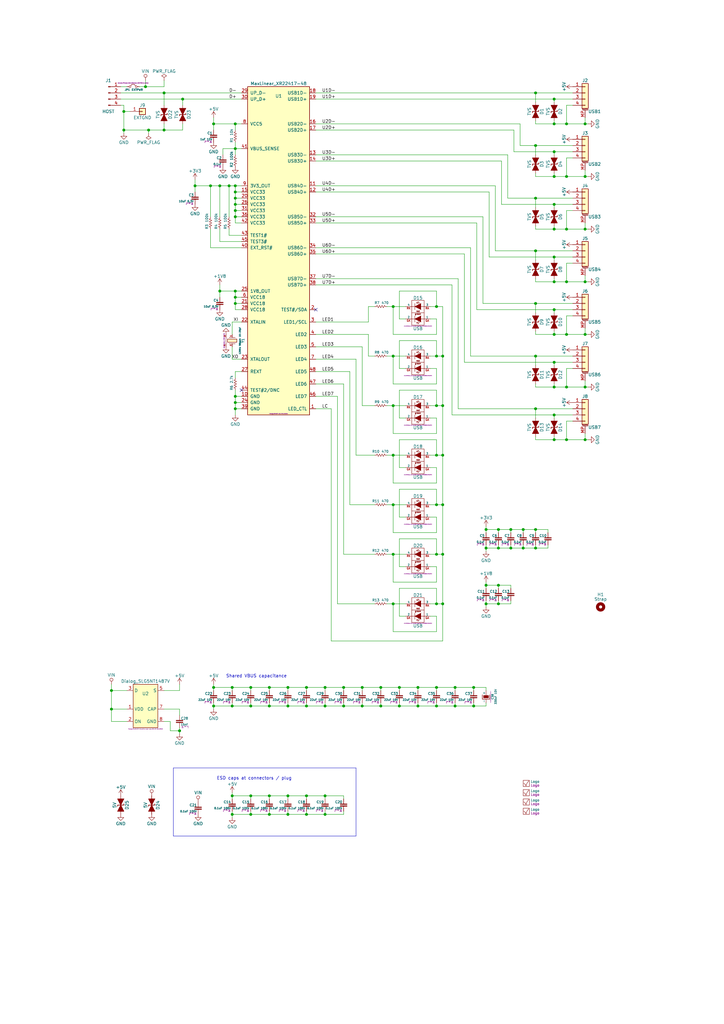
<source format=kicad_sch>
(kicad_sch (version 20230121) (generator eeschema)
  (paper "A3" portrait)
  (title_block (title "StickHub") (company "Stefan Hamminga (https://rbts.co)"))
  (junction (at 219.71 224.79) (diameter 1.016))
  (junction (at 179.07 289.56) (diameter 1.016))
  (junction (at 240.03 72.39) (diameter 1.016))
  (junction (at 227.33 50.8) (diameter 1.016))
  (junction (at 240.03 137.16) (diameter 1.016))
  (junction (at 102.87 281.94) (diameter 1.016))
  (junction (at 186.69 281.94) (diameter 1.016))
  (junction (at 219.71 124.46) (diameter 1.016))
  (junction (at 96.52 60.96) (diameter 1.016))
  (junction (at 102.87 334.01) (diameter 1.016))
  (junction (at 50.8 45.72) (diameter 1.016))
  (junction (at 199.39 240.03) (diameter 1.016))
  (junction (at 118.11 334.01) (diameter 1.016))
  (junction (at 133.35 289.56) (diameter 1.016))
  (junction (at 96.52 119.38) (diameter 1.016))
  (junction (at 209.55 217.17) (diameter 1.016))
  (junction (at 227.33 127) (diameter 1.016))
  (junction (at 73.66 299.72) (diameter 1.016))
  (junction (at 204.47 224.79) (diameter 1.016))
  (junction (at 93.98 76.2) (diameter 1.016))
  (junction (at 227.33 40.64) (diameter 1.016))
  (junction (at 96.52 167.64) (diameter 1.016))
  (junction (at 125.73 281.94) (diameter 1.016))
  (junction (at 179.07 207.01) (diameter 1.016))
  (junction (at 171.45 281.94) (diameter 1.016))
  (junction (at 181.61 207.01) (diameter 1.016))
  (junction (at 125.73 334.01) (diameter 1.016))
  (junction (at 45.72 283.21) (diameter 1.016))
  (junction (at 214.63 224.79) (diameter 1.016))
  (junction (at 179.07 125.73) (diameter 1.016))
  (junction (at 50.8 53.34) (diameter 1.016))
  (junction (at 227.33 93.98) (diameter 1.016))
  (junction (at 194.31 281.94) (diameter 1.016))
  (junction (at 186.69 289.56) (diameter 1.016))
  (junction (at 179.07 146.05) (diameter 1.016))
  (junction (at 80.01 76.2) (diameter 1.016))
  (junction (at 96.52 124.46) (diameter 1.016))
  (junction (at 95.25 289.56) (diameter 1.016))
  (junction (at 199.39 224.79) (diameter 1.016))
  (junction (at 60.96 53.34) (diameter 1.016))
  (junction (at 194.31 289.56) (diameter 1.016))
  (junction (at 96.52 76.2) (diameter 1.016))
  (junction (at 240.03 50.8) (diameter 1.016))
  (junction (at 204.47 247.65) (diameter 1.016))
  (junction (at 110.49 281.94) (diameter 1.016))
  (junction (at 96.52 86.36) (diameter 1.016))
  (junction (at 219.71 217.17) (diameter 1.016))
  (junction (at 209.55 224.79) (diameter 1.016))
  (junction (at 204.47 240.03) (diameter 1.016))
  (junction (at 133.35 326.39) (diameter 1.016))
  (junction (at 96.52 162.56) (diameter 1.016))
  (junction (at 232.41 115.57) (diameter 1.016))
  (junction (at 96.52 88.9) (diameter 1.016))
  (junction (at 227.33 170.18) (diameter 1.016))
  (junction (at 96.52 50.8) (diameter 1.016))
  (junction (at 118.11 281.94) (diameter 1.016))
  (junction (at 148.59 281.94) (diameter 1.016))
  (junction (at 140.97 281.94) (diameter 1.016))
  (junction (at 161.29 125.73) (diameter 1.016))
  (junction (at 219.71 102.87) (diameter 1.016))
  (junction (at 161.29 207.01) (diameter 1.016))
  (junction (at 148.59 289.56) (diameter 1.016))
  (junction (at 204.47 217.17) (diameter 1.016))
  (junction (at 181.61 227.33) (diameter 1.016))
  (junction (at 227.33 105.41) (diameter 1.016))
  (junction (at 156.21 289.56) (diameter 1.016))
  (junction (at 140.97 289.56) (diameter 1.016))
  (junction (at 95.25 326.39) (diameter 1.016))
  (junction (at 181.61 186.69) (diameter 1.016))
  (junction (at 87.63 50.8) (diameter 1.016))
  (junction (at 240.03 115.57) (diameter 1.016))
  (junction (at 67.31 53.34) (diameter 1.016))
  (junction (at 96.52 121.92) (diameter 1.016))
  (junction (at 125.73 289.56) (diameter 1.016))
  (junction (at 110.49 326.39) (diameter 1.016))
  (junction (at 95.25 334.01) (diameter 1.016))
  (junction (at 163.83 289.56) (diameter 1.016))
  (junction (at 171.45 289.56) (diameter 1.016))
  (junction (at 219.71 81.28) (diameter 1.016))
  (junction (at 227.33 158.75) (diameter 1.016))
  (junction (at 110.49 334.01) (diameter 1.016))
  (junction (at 90.17 76.2) (diameter 1.016))
  (junction (at 87.63 281.94) (diameter 1.016))
  (junction (at 133.35 334.01) (diameter 1.016))
  (junction (at 219.71 59.69) (diameter 1.016))
  (junction (at 163.83 281.94) (diameter 1.016))
  (junction (at 232.41 72.39) (diameter 1.016))
  (junction (at 161.29 166.37) (diameter 1.016))
  (junction (at 179.07 227.33) (diameter 1.016))
  (junction (at 74.93 40.64) (diameter 1.016))
  (junction (at 181.61 146.05) (diameter 1.016))
  (junction (at 232.41 158.75) (diameter 1.016))
  (junction (at 181.61 247.65) (diameter 1.016))
  (junction (at 96.52 78.74) (diameter 1.016))
  (junction (at 219.71 167.64) (diameter 1.016))
  (junction (at 179.07 186.69) (diameter 1.016))
  (junction (at 240.03 93.98) (diameter 1.016))
  (junction (at 67.31 38.1) (diameter 1.016))
  (junction (at 118.11 289.56) (diameter 1.016))
  (junction (at 227.33 180.34) (diameter 1.016))
  (junction (at 232.41 93.98) (diameter 1.016))
  (junction (at 227.33 115.57) (diameter 1.016))
  (junction (at 179.07 281.94) (diameter 1.016))
  (junction (at 179.07 166.37) (diameter 1.016))
  (junction (at 125.73 326.39) (diameter 1.016))
  (junction (at 219.71 38.1) (diameter 1.016))
  (junction (at 110.49 289.56) (diameter 1.016))
  (junction (at 227.33 72.39) (diameter 1.016))
  (junction (at 240.03 158.75) (diameter 1.016))
  (junction (at 161.29 247.65) (diameter 1.016))
  (junction (at 102.87 326.39) (diameter 1.016))
  (junction (at 86.36 76.2) (diameter 1.016))
  (junction (at 179.07 247.65) (diameter 1.016))
  (junction (at 161.29 146.05) (diameter 1.016))
  (junction (at 232.41 180.34) (diameter 1.016))
  (junction (at 214.63 217.17) (diameter 1.016))
  (junction (at 161.29 186.69) (diameter 1.016))
  (junction (at 95.25 281.94) (diameter 1.016))
  (junction (at 96.52 165.1) (diameter 1.016))
  (junction (at 219.71 146.05) (diameter 1.016))
  (junction (at 87.63 289.56) (diameter 1.016))
  (junction (at 227.33 137.16) (diameter 1.016))
  (junction (at 102.87 289.56) (diameter 1.016))
  (junction (at 118.11 326.39) (diameter 1.016))
  (junction (at 181.61 166.37) (diameter 1.016))
  (junction (at 232.41 50.8) (diameter 1.016))
  (junction (at 45.72 290.83) (diameter 1.016))
  (junction (at 199.39 247.65) (diameter 1.016))
  (junction (at 199.39 217.17) (diameter 1.016))
  (junction (at 59.69 35.56) (diameter 1.016))
  (junction (at 133.35 281.94) (diameter 1.016))
  (junction (at 96.52 83.82) (diameter 1.016))
  (junction (at 227.33 148.59) (diameter 1.016))
  (junction (at 227.33 62.23) (diameter 1.016))
  (junction (at 90.17 119.38) (diameter 1.016))
  (junction (at 227.33 83.82) (diameter 1.016))
  (junction (at 240.03 180.34) (diameter 1.016))
  (junction (at 161.29 227.33) (diameter 1.016))
  (junction (at 232.41 137.16) (diameter 1.016))
  (junction (at 156.21 281.94) (diameter 1.016))
  (junction (at 96.52 81.28) (diameter 1.016))
  (no_connect (at 99.06 160.02))
  (no_connect (at 129.54 127))
  (wire (pts (xy 240.03 158.75) (xy 241.3 158.75)))
  (wire (pts (xy 95.25 332.74) (xy 95.25 334.01)))
  (wire (pts (xy 179.07 146.05) (xy 176.53 146.05)))
  (wire (pts (xy 102.87 288.29) (xy 102.87 289.56)))
  (wire (pts (xy 219.71 167.64) (xy 219.71 171.45)))
  (wire (pts (xy 179.07 191.77) (xy 179.07 198.12)))
  (wire (pts (xy 204.47 223.52) (xy 204.47 224.79)))
  (wire (pts (xy 110.49 334.01) (xy 118.11 334.01)))
  (wire (pts (xy 166.37 171.45) (xy 163.83 171.45)))
  (wire (pts (xy 181.61 247.65) (xy 179.07 247.65)))
  (wire (pts (xy 179.07 252.73) (xy 179.07 259.08)))
  (wire (pts (xy 219.71 124.46) (xy 219.71 128.27)))
  (wire (pts (xy 96.52 91.44) (xy 99.06 91.44)))
  (wire (pts (xy 179.07 125.73) (xy 176.53 125.73)))
  (wire (pts (xy 204.47 217.17) (xy 204.47 218.44)))
  (wire (pts (xy 176.53 171.45) (xy 179.07 171.45)))
  (wire (pts (xy 73.66 298.45) (xy 73.66 299.72)))
  (wire (pts (xy 195.58 127) (xy 227.33 127)))
  (wire (pts (xy 219.71 81.28) (xy 219.71 85.09)))
  (wire (pts (xy 158.75 207.01) (xy 161.29 207.01)))
  (wire (pts (xy 194.31 281.94) (xy 194.31 283.21)))
  (wire (pts (xy 198.12 88.9) (xy 198.12 124.46)))
  (wire (pts (xy 232.41 115.57) (xy 240.03 115.57)))
  (wire (pts (xy 219.71 102.87) (xy 234.95 102.87)))
  (wire (pts (xy 219.71 49.53) (xy 219.71 50.8)))
  (wire (pts (xy 214.63 224.79) (xy 219.71 224.79)))
  (wire (pts (xy 161.29 227.33) (xy 166.37 227.33)))
  (wire (pts (xy 158.75 125.73) (xy 161.29 125.73)))
  (wire (pts (xy 102.87 326.39) (xy 102.87 327.66)))
  (wire (pts (xy 227.33 137.16) (xy 232.41 137.16)))
  (wire (pts (xy 179.07 241.3) (xy 179.07 247.65)))
  (wire (pts (xy 219.71 224.79) (xy 224.79 224.79)))
  (wire (pts (xy 86.36 101.6) (xy 99.06 101.6)))
  (wire (pts (xy 91.44 60.96) (xy 91.44 63.5)))
  (wire (pts (xy 49.53 38.1) (xy 67.31 38.1)))
  (wire (pts (xy 140.97 334.01) (xy 140.97 332.74)))
  (wire (pts (xy 227.33 40.64) (xy 227.33 41.91)))
  (wire (pts (xy 133.35 326.39) (xy 133.35 327.66)))
  (wire (pts (xy 45.72 283.21) (xy 45.72 290.83)))
  (wire (pts (xy 181.61 262.89) (xy 135.89 262.89)))
  (wire (pts (xy 199.39 240.03) (xy 204.47 240.03)))
  (wire (pts (xy 161.29 247.65) (xy 166.37 247.65)))
  (wire (pts (xy 234.95 86.36) (xy 232.41 86.36)))
  (wire (pts (xy 73.66 299.72) (xy 73.66 300.99)))
  (wire (pts (xy 227.33 83.82) (xy 234.95 83.82)))
  (wire (pts (xy 125.73 289.56) (xy 125.73 288.29)))
  (wire (pts (xy 186.69 281.94) (xy 186.69 283.21)))
  (wire (pts (xy 158.75 166.37) (xy 161.29 166.37)))
  (wire (pts (xy 110.49 281.94) (xy 118.11 281.94)))
  (wire (pts (xy 234.95 107.95) (xy 232.41 107.95)))
  (polyline (pts (xy 71.12 314.96) (xy 146.05 314.96)) (stroke (width 0) (type solid)))
  (wire (pts (xy 90.17 119.38) (xy 90.17 121.92)))
  (wire (pts (xy 99.06 99.06) (xy 90.17 99.06)))
  (wire (pts (xy 90.17 116.84) (xy 90.17 119.38)))
  (wire (pts (xy 234.95 172.72) (xy 232.41 172.72)))
  (wire (pts (xy 49.53 40.64) (xy 74.93 40.64)))
  (wire (pts (xy 209.55 247.65) (xy 209.55 246.38)))
  (wire (pts (xy 99.06 152.4) (xy 96.52 152.4)))
  (wire (pts (xy 204.47 246.38) (xy 204.47 247.65)))
  (wire (pts (xy 102.87 289.56) (xy 110.49 289.56)))
  (wire (pts (xy 50.8 43.18) (xy 50.8 45.72)))
  (wire (pts (xy 199.39 217.17) (xy 199.39 218.44)))
  (wire (pts (xy 204.47 247.65) (xy 209.55 247.65)))
  (wire (pts (xy 179.07 281.94) (xy 179.07 283.21)))
  (wire (pts (xy 125.73 326.39) (xy 125.73 327.66)))
  (wire (pts (xy 93.98 93.98) (xy 93.98 96.52)))
  (wire (pts (xy 148.59 281.94) (xy 156.21 281.94)))
  (wire (pts (xy 199.39 281.94) (xy 199.39 283.21)))
  (wire (pts (xy 118.11 332.74) (xy 118.11 334.01)))
  (wire (pts (xy 227.33 170.18) (xy 234.95 170.18)))
  (wire (pts (xy 96.52 124.46) (xy 99.06 124.46)))
  (wire (pts (xy 203.2 102.87) (xy 219.71 102.87)))
  (wire (pts (xy 125.73 326.39) (xy 133.35 326.39)))
  (wire (pts (xy 93.98 96.52) (xy 99.06 96.52)))
  (wire (pts (xy 129.54 104.14) (xy 190.5 104.14)))
  (wire (pts (xy 224.79 217.17) (xy 219.71 217.17)))
  (wire (pts (xy 118.11 281.94) (xy 125.73 281.94)))
  (wire (pts (xy 163.83 281.94) (xy 171.45 281.94)))
  (wire (pts (xy 234.95 64.77) (xy 232.41 64.77)))
  (wire (pts (xy 232.41 93.98) (xy 240.03 93.98)))
  (wire (pts (xy 219.71 72.39) (xy 227.33 72.39)))
  (wire (pts (xy 210.82 53.34) (xy 210.82 62.23)))
  (wire (pts (xy 186.69 289.56) (xy 186.69 288.29)))
  (wire (pts (xy 213.36 50.8) (xy 213.36 59.69)))
  (wire (pts (xy 179.07 139.7) (xy 179.07 146.05)))
  (wire (pts (xy 163.83 130.81) (xy 163.83 119.38)))
  (wire (pts (xy 161.29 166.37) (xy 166.37 166.37)))
  (wire (pts (xy 60.96 53.34) (xy 60.96 54.61)))
  (wire (pts (xy 87.63 289.56) (xy 87.63 290.83)))
  (wire (pts (xy 158.75 247.65) (xy 161.29 247.65)))
  (wire (pts (xy 129.54 132.08) (xy 151.13 132.08)))
  (wire (pts (xy 193.04 101.6) (xy 193.04 146.05)))
  (wire (pts (xy 193.04 146.05) (xy 219.71 146.05)))
  (wire (pts (xy 67.31 290.83) (xy 73.66 290.83)))
  (wire (pts (xy 102.87 334.01) (xy 110.49 334.01)))
  (wire (pts (xy 80.01 76.2) (xy 86.36 76.2)))
  (wire (pts (xy 96.52 86.36) (xy 96.52 88.9)))
  (wire (pts (xy 133.35 288.29) (xy 133.35 289.56)))
  (wire (pts (xy 181.61 227.33) (xy 181.61 247.65)))
  (wire (pts (xy 87.63 48.26) (xy 87.63 50.8)))
  (wire (pts (xy 158.75 186.69) (xy 161.29 186.69)))
  (wire (pts (xy 140.97 289.56) (xy 140.97 288.29)))
  (polyline (pts (xy 71.12 314.96) (xy 71.12 342.9)) (stroke (width 0) (type solid)))
  (wire (pts (xy 125.73 281.94) (xy 125.73 283.21)))
  (wire (pts (xy 194.31 289.56) (xy 194.31 288.29)))
  (wire (pts (xy 232.41 172.72) (xy 232.41 180.34)))
  (wire (pts (xy 181.61 125.73) (xy 181.61 146.05)))
  (wire (pts (xy 96.52 88.9) (xy 96.52 91.44)))
  (wire (pts (xy 232.41 64.77) (xy 232.41 72.39)))
  (wire (pts (xy 163.83 180.34) (xy 179.07 180.34)))
  (wire (pts (xy 232.41 137.16) (xy 240.03 137.16)))
  (wire (pts (xy 227.33 127) (xy 227.33 128.27)))
  (wire (pts (xy 45.72 290.83) (xy 52.07 290.83)))
  (wire (pts (xy 148.59 289.56) (xy 156.21 289.56)))
  (wire (pts (xy 67.31 38.1) (xy 99.06 38.1)))
  (wire (pts (xy 199.39 247.65) (xy 199.39 248.92)))
  (wire (pts (xy 179.07 281.94) (xy 186.69 281.94)))
  (wire (pts (xy 74.93 40.64) (xy 74.93 43.18)))
  (wire (pts (xy 232.41 50.8) (xy 240.03 50.8)))
  (wire (pts (xy 129.54 116.84) (xy 185.42 116.84)))
  (wire (pts (xy 95.25 326.39) (xy 95.25 327.66)))
  (wire (pts (xy 199.39 240.03) (xy 199.39 241.3)))
  (wire (pts (xy 227.33 148.59) (xy 227.33 149.86)))
  (wire (pts (xy 204.47 224.79) (xy 209.55 224.79)))
  (wire (pts (xy 161.29 207.01) (xy 166.37 207.01)))
  (wire (pts (xy 227.33 83.82) (xy 227.33 85.09)))
  (wire (pts (xy 219.71 217.17) (xy 219.71 218.44)))
  (wire (pts (xy 204.47 240.03) (xy 209.55 240.03)))
  (wire (pts (xy 95.25 325.12) (xy 95.25 326.39)))
  (wire (pts (xy 219.71 124.46) (xy 234.95 124.46)))
  (wire (pts (xy 143.51 152.4) (xy 143.51 207.01)))
  (wire (pts (xy 129.54 137.16) (xy 151.13 137.16)))
  (wire (pts (xy 163.83 220.98) (xy 179.07 220.98)))
  (wire (pts (xy 227.33 170.18) (xy 227.33 171.45)))
  (wire (pts (xy 129.54 76.2) (xy 203.2 76.2)))
  (wire (pts (xy 199.39 247.65) (xy 204.47 247.65)))
  (wire (pts (xy 227.33 62.23) (xy 234.95 62.23)))
  (wire (pts (xy 176.53 151.13) (xy 179.07 151.13)))
  (wire (pts (xy 140.97 227.33) (xy 153.67 227.33)))
  (wire (pts (xy 209.55 217.17) (xy 204.47 217.17)))
  (wire (pts (xy 125.73 334.01) (xy 133.35 334.01)))
  (wire (pts (xy 69.85 295.91) (xy 69.85 299.72)))
  (wire (pts (xy 166.37 232.41) (xy 163.83 232.41)))
  (wire (pts (xy 96.52 162.56) (xy 96.52 165.1)))
  (wire (pts (xy 199.39 223.52) (xy 199.39 224.79)))
  (wire (pts (xy 240.03 93.98) (xy 240.03 91.44)))
  (wire (pts (xy 163.83 289.56) (xy 171.45 289.56)))
  (wire (pts (xy 219.71 59.69) (xy 234.95 59.69)))
  (wire (pts (xy 95.25 288.29) (xy 95.25 289.56)))
  (wire (pts (xy 45.72 280.67) (xy 45.72 283.21)))
  (wire (pts (xy 87.63 289.56) (xy 95.25 289.56)))
  (wire (pts (xy 176.53 130.81) (xy 179.07 130.81)))
  (wire (pts (xy 96.52 124.46) (xy 96.52 121.92)))
  (wire (pts (xy 179.07 238.76) (xy 161.29 238.76)))
  (wire (pts (xy 140.97 281.94) (xy 140.97 283.21)))
  (wire (pts (xy 227.33 114.3) (xy 227.33 115.57)))
  (wire (pts (xy 96.52 83.82) (xy 99.06 83.82)))
  (wire (pts (xy 96.52 167.64) (xy 96.52 170.18)))
  (wire (pts (xy 95.25 137.16) (xy 95.25 132.08)))
  (wire (pts (xy 69.85 299.72) (xy 73.66 299.72)))
  (wire (pts (xy 214.63 217.17) (xy 209.55 217.17)))
  (wire (pts (xy 181.61 186.69) (xy 181.61 207.01)))
  (wire (pts (xy 227.33 157.48) (xy 227.33 158.75)))
  (wire (pts (xy 166.37 130.81) (xy 163.83 130.81)))
  (wire (pts (xy 129.54 53.34) (xy 210.82 53.34)))
  (wire (pts (xy 161.29 198.12) (xy 161.29 186.69)))
  (wire (pts (xy 125.73 289.56) (xy 133.35 289.56)))
  (wire (pts (xy 219.71 146.05) (xy 234.95 146.05)))
  (wire (pts (xy 110.49 326.39) (xy 118.11 326.39)))
  (wire (pts (xy 67.31 38.1) (xy 67.31 43.18)))
  (wire (pts (xy 219.71 157.48) (xy 219.71 158.75)))
  (wire (pts (xy 138.43 247.65) (xy 153.67 247.65)))
  (wire (pts (xy 181.61 146.05) (xy 181.61 166.37)))
  (wire (pts (xy 176.53 191.77) (xy 179.07 191.77)))
  (wire (pts (xy 96.52 76.2) (xy 99.06 76.2)))
  (wire (pts (xy 219.71 223.52) (xy 219.71 224.79)))
  (wire (pts (xy 146.05 147.32) (xy 146.05 186.69)))
  (wire (pts (xy 99.06 127) (xy 96.52 127)))
  (wire (pts (xy 179.07 146.05) (xy 181.61 146.05)))
  (wire (pts (xy 129.54 88.9) (xy 198.12 88.9)))
  (wire (pts (xy 240.03 72.39) (xy 240.03 69.85)))
  (wire (pts (xy 199.39 224.79) (xy 199.39 226.06)))
  (wire (pts (xy 151.13 125.73) (xy 151.13 132.08)))
  (wire (pts (xy 179.07 151.13) (xy 179.07 157.48)))
  (wire (pts (xy 67.31 33.02) (xy 67.31 35.56)))
  (wire (pts (xy 67.31 35.56) (xy 59.69 35.56)))
  (wire (pts (xy 199.39 288.29) (xy 199.39 289.56)))
  (wire (pts (xy 194.31 281.94) (xy 199.39 281.94)))
  (wire (pts (xy 96.52 60.96) (xy 96.52 63.5)))
  (wire (pts (xy 110.49 332.74) (xy 110.49 334.01)))
  (wire (pts (xy 96.52 165.1) (xy 99.06 165.1)))
  (wire (pts (xy 96.52 83.82) (xy 96.52 86.36)))
  (wire (pts (xy 96.52 121.92) (xy 96.52 119.38)))
  (wire (pts (xy 181.61 207.01) (xy 181.61 227.33)))
  (wire (pts (xy 240.03 115.57) (xy 241.3 115.57)))
  (wire (pts (xy 129.54 152.4) (xy 143.51 152.4)))
  (wire (pts (xy 240.03 50.8) (xy 240.03 48.26)))
  (wire (pts (xy 219.71 114.3) (xy 219.71 115.57)))
  (wire (pts (xy 96.52 121.92) (xy 99.06 121.92)))
  (wire (pts (xy 161.29 146.05) (xy 166.37 146.05)))
  (wire (pts (xy 118.11 334.01) (xy 125.73 334.01)))
  (wire (pts (xy 87.63 50.8) (xy 87.63 53.34)))
  (wire (pts (xy 179.07 166.37) (xy 181.61 166.37)))
  (wire (pts (xy 190.5 148.59) (xy 227.33 148.59)))
  (wire (pts (xy 90.17 76.2) (xy 93.98 76.2)))
  (wire (pts (xy 151.13 146.05) (xy 153.67 146.05)))
  (wire (pts (xy 90.17 88.9) (xy 90.17 76.2)))
  (wire (pts (xy 96.52 119.38) (xy 99.06 119.38)))
  (wire (pts (xy 148.59 288.29) (xy 148.59 289.56)))
  (wire (pts (xy 204.47 240.03) (xy 204.47 241.3)))
  (wire (pts (xy 163.83 151.13) (xy 163.83 139.7)))
  (wire (pts (xy 96.52 152.4) (xy 96.52 154.94)))
  (wire (pts (xy 219.71 92.71) (xy 219.71 93.98)))
  (wire (pts (xy 135.89 262.89) (xy 135.89 167.64)))
  (wire (pts (xy 179.07 207.01) (xy 176.53 207.01)))
  (wire (pts (xy 209.55 223.52) (xy 209.55 224.79)))
  (wire (pts (xy 80.01 76.2) (xy 80.01 78.74)))
  (wire (pts (xy 96.52 60.96) (xy 91.44 60.96)))
  (wire (pts (xy 219.71 115.57) (xy 227.33 115.57)))
  (wire (pts (xy 200.66 78.74) (xy 200.66 105.41)))
  (wire (pts (xy 50.8 53.34) (xy 50.8 54.61)))
  (wire (pts (xy 161.29 177.8) (xy 161.29 166.37)))
  (wire (pts (xy 129.54 78.74) (xy 200.66 78.74)))
  (wire (pts (xy 129.54 162.56) (xy 138.43 162.56)))
  (wire (pts (xy 179.07 220.98) (xy 179.07 227.33)))
  (wire (pts (xy 95.25 147.32) (xy 99.06 147.32)))
  (wire (pts (xy 86.36 88.9) (xy 86.36 76.2)))
  (wire (pts (xy 73.66 290.83) (xy 73.66 293.37)))
  (wire (pts (xy 185.42 116.84) (xy 185.42 170.18)))
  (wire (pts (xy 156.21 281.94) (xy 156.21 283.21)))
  (wire (pts (xy 219.71 179.07) (xy 219.71 180.34)))
  (wire (pts (xy 179.07 157.48) (xy 161.29 157.48)))
  (wire (pts (xy 95.25 142.24) (xy 95.25 147.32)))
  (wire (pts (xy 125.73 332.74) (xy 125.73 334.01)))
  (wire (pts (xy 129.54 63.5) (xy 208.28 63.5)))
  (wire (pts (xy 125.73 281.94) (xy 133.35 281.94)))
  (wire (pts (xy 227.33 179.07) (xy 227.33 180.34)))
  (wire (pts (xy 96.52 160.02) (xy 96.52 162.56)))
  (wire (pts (xy 214.63 217.17) (xy 214.63 218.44)))
  (wire (pts (xy 234.95 151.13) (xy 232.41 151.13)))
  (wire (pts (xy 59.69 35.56) (xy 59.69 33.02)))
  (wire (pts (xy 129.54 50.8) (xy 213.36 50.8)))
  (wire (pts (xy 129.54 114.3) (xy 187.96 114.3)))
  (wire (pts (xy 208.28 63.5) (xy 208.28 81.28)))
  (wire (pts (xy 87.63 280.67) (xy 87.63 281.94)))
  (wire (pts (xy 90.17 99.06) (xy 90.17 93.98)))
  (wire (pts (xy 179.07 198.12) (xy 161.29 198.12)))
  (polyline (pts (xy 146.05 314.96) (xy 146.05 342.9)) (stroke (width 0) (type solid)))
  (wire (pts (xy 219.71 217.17) (xy 214.63 217.17)))
  (wire (pts (xy 179.07 207.01) (xy 181.61 207.01)))
  (wire (pts (xy 219.71 102.87) (xy 219.71 106.68)))
  (wire (pts (xy 227.33 127) (xy 234.95 127)))
  (wire (pts (xy 195.58 91.44) (xy 195.58 127)))
  (wire (pts (xy 95.25 334.01) (xy 95.25 335.28)))
  (wire (pts (xy 227.33 93.98) (xy 232.41 93.98)))
  (wire (pts (xy 153.67 125.73) (xy 151.13 125.73)))
  (wire (pts (xy 140.97 326.39) (xy 140.97 327.66)))
  (wire (pts (xy 186.69 281.94) (xy 194.31 281.94)))
  (wire (pts (xy 96.52 50.8) (xy 99.06 50.8)))
  (wire (pts (xy 133.35 334.01) (xy 140.97 334.01)))
  (wire (pts (xy 240.03 137.16) (xy 240.03 134.62)))
  (wire (pts (xy 133.35 281.94) (xy 140.97 281.94)))
  (wire (pts (xy 86.36 76.2) (xy 90.17 76.2)))
  (wire (pts (xy 95.25 289.56) (xy 102.87 289.56)))
  (wire (pts (xy 143.51 207.01) (xy 153.67 207.01)))
  (wire (pts (xy 102.87 281.94) (xy 110.49 281.94)))
  (wire (pts (xy 186.69 289.56) (xy 194.31 289.56)))
  (wire (pts (xy 129.54 40.64) (xy 227.33 40.64)))
  (wire (pts (xy 163.83 160.02) (xy 179.07 160.02)))
  (wire (pts (xy 110.49 288.29) (xy 110.49 289.56)))
  (wire (pts (xy 219.71 180.34) (xy 227.33 180.34)))
  (polyline (pts (xy 146.05 342.9) (xy 71.12 342.9)) (stroke (width 0) (type solid)))
  (wire (pts (xy 45.72 283.21) (xy 52.07 283.21)))
  (wire (pts (xy 67.31 53.34) (xy 74.93 53.34)))
  (wire (pts (xy 219.71 50.8) (xy 227.33 50.8)))
  (wire (pts (xy 219.71 59.69) (xy 219.71 63.5)))
  (wire (pts (xy 227.33 115.57) (xy 232.41 115.57)))
  (wire (pts (xy 227.33 50.8) (xy 232.41 50.8)))
  (wire (pts (xy 240.03 180.34) (xy 241.3 180.34)))
  (wire (pts (xy 219.71 81.28) (xy 234.95 81.28)))
  (wire (pts (xy 96.52 81.28) (xy 96.52 83.82)))
  (wire (pts (xy 96.52 127) (xy 96.52 124.46)))
  (wire (pts (xy 140.97 281.94) (xy 148.59 281.94)))
  (wire (pts (xy 227.33 180.34) (xy 232.41 180.34)))
  (wire (pts (xy 87.63 281.94) (xy 87.63 283.21)))
  (wire (pts (xy 133.35 289.56) (xy 140.97 289.56)))
  (wire (pts (xy 227.33 49.53) (xy 227.33 50.8)))
  (wire (pts (xy 179.07 166.37) (xy 176.53 166.37)))
  (wire (pts (xy 161.29 238.76) (xy 161.29 227.33)))
  (wire (pts (xy 133.35 326.39) (xy 140.97 326.39)))
  (wire (pts (xy 52.07 295.91) (xy 45.72 295.91)))
  (wire (pts (xy 158.75 146.05) (xy 161.29 146.05)))
  (wire (pts (xy 86.36 101.6) (xy 86.36 93.98)))
  (wire (pts (xy 45.72 295.91) (xy 45.72 290.83)))
  (wire (pts (xy 234.95 43.18) (xy 232.41 43.18)))
  (wire (pts (xy 133.35 332.74) (xy 133.35 334.01)))
  (wire (pts (xy 179.07 186.69) (xy 176.53 186.69)))
  (wire (pts (xy 163.83 171.45) (xy 163.83 160.02)))
  (wire (pts (xy 232.41 107.95) (xy 232.41 115.57)))
  (wire (pts (xy 227.33 40.64) (xy 234.95 40.64)))
  (wire (pts (xy 96.52 78.74) (xy 96.52 76.2)))
  (wire (pts (xy 96.52 81.28) (xy 99.06 81.28)))
  (wire (pts (xy 232.41 151.13) (xy 232.41 158.75)))
  (wire (pts (xy 135.89 167.64) (xy 129.54 167.64)))
  (wire (pts (xy 163.83 252.73) (xy 163.83 241.3)))
  (wire (pts (xy 99.06 78.74) (xy 96.52 78.74)))
  (wire (pts (xy 179.07 137.16) (xy 161.29 137.16)))
  (wire (pts (xy 240.03 180.34) (xy 240.03 177.8)))
  (wire (pts (xy 96.52 88.9) (xy 99.06 88.9)))
  (wire (pts (xy 199.39 246.38) (xy 199.39 247.65)))
  (wire (pts (xy 171.45 281.94) (xy 179.07 281.94)))
  (wire (pts (xy 138.43 162.56) (xy 138.43 247.65)))
  (wire (pts (xy 163.83 212.09) (xy 163.83 200.66)))
  (wire (pts (xy 232.41 158.75) (xy 240.03 158.75)))
  (wire (pts (xy 118.11 326.39) (xy 118.11 327.66)))
  (wire (pts (xy 99.06 60.96) (xy 96.52 60.96)))
  (wire (pts (xy 50.8 45.72) (xy 50.8 53.34)))
  (wire (pts (xy 179.07 125.73) (xy 181.61 125.73)))
  (wire (pts (xy 161.29 125.73) (xy 166.37 125.73)))
  (wire (pts (xy 179.07 289.56) (xy 171.45 289.56)))
  (wire (pts (xy 171.45 289.56) (xy 171.45 288.29)))
  (wire (pts (xy 179.07 180.34) (xy 179.07 186.69)))
  (wire (pts (xy 163.83 200.66) (xy 179.07 200.66)))
  (wire (pts (xy 209.55 217.17) (xy 209.55 218.44)))
  (wire (pts (xy 50.8 45.72) (xy 53.34 45.72)))
  (wire (pts (xy 163.83 281.94) (xy 163.83 283.21)))
  (wire (pts (xy 87.63 288.29) (xy 87.63 289.56)))
  (wire (pts (xy 67.31 295.91) (xy 69.85 295.91)))
  (wire (pts (xy 179.07 186.69) (xy 181.61 186.69)))
  (wire (pts (xy 219.71 38.1) (xy 219.71 41.91)))
  (wire (pts (xy 95.25 326.39) (xy 102.87 326.39)))
  (wire (pts (xy 227.33 135.89) (xy 227.33 137.16)))
  (wire (pts (xy 219.71 135.89) (xy 219.71 137.16)))
  (wire (pts (xy 234.95 129.54) (xy 232.41 129.54)))
  (wire (pts (xy 187.96 167.64) (xy 219.71 167.64)))
  (wire (pts (xy 158.75 227.33) (xy 161.29 227.33)))
  (wire (pts (xy 227.33 105.41) (xy 234.95 105.41)))
  (wire (pts (xy 224.79 224.79) (xy 224.79 223.52)))
  (wire (pts (xy 74.93 40.64) (xy 99.06 40.64)))
  (wire (pts (xy 163.83 289.56) (xy 163.83 288.29)))
  (wire (pts (xy 95.25 334.01) (xy 102.87 334.01)))
  (wire (pts (xy 179.07 227.33) (xy 176.53 227.33)))
  (wire (pts (xy 67.31 283.21) (xy 73.66 283.21)))
  (wire (pts (xy 213.36 59.69) (xy 219.71 59.69)))
  (wire (pts (xy 198.12 124.46) (xy 219.71 124.46)))
  (wire (pts (xy 163.83 139.7) (xy 179.07 139.7)))
  (wire (pts (xy 179.07 288.29) (xy 179.07 289.56)))
  (wire (pts (xy 146.05 186.69) (xy 153.67 186.69)))
  (wire (pts (xy 166.37 191.77) (xy 163.83 191.77)))
  (wire (pts (xy 102.87 332.74) (xy 102.87 334.01)))
  (wire (pts (xy 163.83 232.41) (xy 163.83 220.98)))
  (wire (pts (xy 179.07 289.56) (xy 186.69 289.56)))
  (wire (pts (xy 205.74 83.82) (xy 227.33 83.82)))
  (wire (pts (xy 166.37 212.09) (xy 163.83 212.09)))
  (wire (pts (xy 166.37 151.13) (xy 163.83 151.13)))
  (wire (pts (xy 57.15 35.56) (xy 59.69 35.56)))
  (wire (pts (xy 96.52 162.56) (xy 99.06 162.56)))
  (wire (pts (xy 205.74 66.04) (xy 205.74 83.82)))
  (wire (pts (xy 219.71 71.12) (xy 219.71 72.39)))
  (wire (pts (xy 129.54 157.48) (xy 140.97 157.48)))
  (wire (pts (xy 118.11 289.56) (xy 125.73 289.56)))
  (wire (pts (xy 179.07 177.8) (xy 161.29 177.8)))
  (wire (pts (xy 156.21 289.56) (xy 156.21 288.29)))
  (wire (pts (xy 161.29 186.69) (xy 166.37 186.69)))
  (wire (pts (xy 181.61 247.65) (xy 181.61 262.89)))
  (wire (pts (xy 110.49 289.56) (xy 118.11 289.56)))
  (wire (pts (xy 240.03 93.98) (xy 241.3 93.98)))
  (wire (pts (xy 219.71 158.75) (xy 227.33 158.75)))
  (wire (pts (xy 190.5 104.14) (xy 190.5 148.59)))
  (wire (pts (xy 90.17 119.38) (xy 96.52 119.38)))
  (wire (pts (xy 219.71 93.98) (xy 227.33 93.98)))
  (wire (pts (xy 208.28 81.28) (xy 219.71 81.28)))
  (wire (pts (xy 227.33 148.59) (xy 234.95 148.59)))
  (wire (pts (xy 219.71 38.1) (xy 234.95 38.1)))
  (wire (pts (xy 161.29 157.48) (xy 161.29 146.05)))
  (wire (pts (xy 156.21 281.94) (xy 163.83 281.94)))
  (wire (pts (xy 227.33 92.71) (xy 227.33 93.98)))
  (wire (pts (xy 179.07 259.08) (xy 161.29 259.08)))
  (wire (pts (xy 240.03 137.16) (xy 241.3 137.16)))
  (wire (pts (xy 118.11 281.94) (xy 118.11 283.21)))
  (wire (pts (xy 148.59 142.24) (xy 148.59 166.37)))
  (wire (pts (xy 95.25 132.08) (xy 99.06 132.08)))
  (wire (pts (xy 96.52 86.36) (xy 99.06 86.36)))
  (wire (pts (xy 232.41 129.54) (xy 232.41 137.16)))
  (wire (pts (xy 179.07 227.33) (xy 181.61 227.33)))
  (wire (pts (xy 163.83 241.3) (xy 179.07 241.3)))
  (wire (pts (xy 176.53 212.09) (xy 179.07 212.09)))
  (wire (pts (xy 95.25 281.94) (xy 102.87 281.94)))
  (wire (pts (xy 49.53 35.56) (xy 52.07 35.56)))
  (wire (pts (xy 74.93 50.8) (xy 74.93 53.34)))
  (wire (pts (xy 96.52 165.1) (xy 96.52 167.64)))
  (wire (pts (xy 199.39 289.56) (xy 194.31 289.56)))
  (wire (pts (xy 219.71 137.16) (xy 227.33 137.16)))
  (wire (pts (xy 148.59 281.94) (xy 148.59 283.21)))
  (wire (pts (xy 129.54 147.32) (xy 146.05 147.32)))
  (wire (pts (xy 118.11 288.29) (xy 118.11 289.56)))
  (wire (pts (xy 179.07 200.66) (xy 179.07 207.01)))
  (wire (pts (xy 240.03 50.8) (xy 241.3 50.8)))
  (wire (pts (xy 118.11 326.39) (xy 125.73 326.39)))
  (wire (pts (xy 209.55 224.79) (xy 214.63 224.79)))
  (wire (pts (xy 227.33 158.75) (xy 232.41 158.75)))
  (wire (pts (xy 151.13 137.16) (xy 151.13 146.05)))
  (wire (pts (xy 199.39 224.79) (xy 204.47 224.79)))
  (wire (pts (xy 166.37 252.73) (xy 163.83 252.73)))
  (wire (pts (xy 179.07 218.44) (xy 161.29 218.44)))
  (wire (pts (xy 87.63 281.94) (xy 95.25 281.94)))
  (wire (pts (xy 185.42 170.18) (xy 227.33 170.18)))
  (wire (pts (xy 133.35 281.94) (xy 133.35 283.21)))
  (wire (pts (xy 129.54 66.04) (xy 205.74 66.04)))
  (wire (pts (xy 163.83 191.77) (xy 163.83 180.34)))
  (wire (pts (xy 87.63 50.8) (xy 96.52 50.8)))
  (wire (pts (xy 240.03 115.57) (xy 240.03 113.03)))
  (wire (pts (xy 140.97 157.48) (xy 140.97 227.33)))
  (wire (pts (xy 96.52 60.96) (xy 96.52 58.42)))
  (wire (pts (xy 232.41 72.39) (xy 240.03 72.39)))
  (wire (pts (xy 148.59 289.56) (xy 140.97 289.56)))
  (wire (pts (xy 232.41 180.34) (xy 240.03 180.34)))
  (wire (pts (xy 93.98 76.2) (xy 93.98 88.9)))
  (wire (pts (xy 129.54 38.1) (xy 219.71 38.1)))
  (wire (pts (xy 176.53 232.41) (xy 179.07 232.41)))
  (wire (pts (xy 227.33 62.23) (xy 227.33 63.5)))
  (wire (pts (xy 80.01 73.66) (xy 80.01 76.2)))
  (wire (pts (xy 148.59 166.37) (xy 153.67 166.37)))
  (wire (pts (xy 50.8 53.34) (xy 60.96 53.34)))
  (wire (pts (xy 60.96 53.34) (xy 67.31 53.34)))
  (wire (pts (xy 129.54 91.44) (xy 195.58 91.44)))
  (wire (pts (xy 210.82 62.23) (xy 227.33 62.23)))
  (wire (pts (xy 240.03 158.75) (xy 240.03 156.21)))
  (wire (pts (xy 240.03 72.39) (xy 241.3 72.39)))
  (wire (pts (xy 179.07 119.38) (xy 179.07 125.73)))
  (wire (pts (xy 163.83 119.38) (xy 179.07 119.38)))
  (wire (pts (xy 232.41 86.36) (xy 232.41 93.98)))
  (wire (pts (xy 102.87 281.94) (xy 102.87 283.21)))
  (wire (pts (xy 227.33 105.41) (xy 227.33 106.68)))
  (wire (pts (xy 110.49 281.94) (xy 110.49 283.21)))
  (wire (pts (xy 176.53 252.73) (xy 179.07 252.73)))
  (wire (pts (xy 95.25 281.94) (xy 95.25 283.21)))
  (wire (pts (xy 187.96 114.3) (xy 187.96 167.64)))
  (wire (pts (xy 219.71 167.64) (xy 234.95 167.64)))
  (wire (pts (xy 171.45 281.94) (xy 171.45 283.21)))
  (wire (pts (xy 67.31 50.8) (xy 67.31 53.34)))
  (wire (pts (xy 129.54 142.24) (xy 148.59 142.24)))
  (wire (pts (xy 96.52 78.74) (xy 96.52 81.28)))
  (wire (pts (xy 161.29 137.16) (xy 161.29 125.73)))
  (wire (pts (xy 161.29 218.44) (xy 161.29 207.01)))
  (wire (pts (xy 179.07 171.45) (xy 179.07 177.8)))
  (wire (pts (xy 232.41 43.18) (xy 232.41 50.8)))
  (wire (pts (xy 199.39 215.9) (xy 199.39 217.17)))
  (wire (pts (xy 214.63 223.52) (xy 214.63 224.79)))
  (wire (pts (xy 227.33 72.39) (xy 232.41 72.39)))
  (wire (pts (xy 181.61 166.37) (xy 181.61 186.69)))
  (wire (pts (xy 161.29 259.08) (xy 161.29 247.65)))
  (wire (pts (xy 96.52 53.34) (xy 96.52 50.8)))
  (wire (pts (xy 224.79 218.44) (xy 224.79 217.17)))
  (wire (pts (xy 96.52 167.64) (xy 99.06 167.64)))
  (wire (pts (xy 129.54 101.6) (xy 193.04 101.6)))
  (wire (pts (xy 203.2 76.2) (xy 203.2 102.87)))
  (wire (pts (xy 179.07 212.09) (xy 179.07 218.44)))
  (wire (pts (xy 209.55 240.03) (xy 209.55 241.3)))
  (wire (pts (xy 227.33 71.12) (xy 227.33 72.39)))
  (wire (pts (xy 156.21 289.56) (xy 163.83 289.56)))
  (wire (pts (xy 102.87 326.39) (xy 110.49 326.39)))
  (wire (pts (xy 73.66 283.21) (xy 73.66 280.67)))
  (wire (pts (xy 179.07 232.41) (xy 179.07 238.76)))
  (wire (pts (xy 179.07 160.02) (xy 179.07 166.37)))
  (wire (pts (xy 179.07 130.81) (xy 179.07 137.16)))
  (wire (pts (xy 93.98 76.2) (xy 96.52 76.2)))
  (wire (pts (xy 199.39 238.76) (xy 199.39 240.03)))
  (wire (pts (xy 200.66 105.41) (xy 227.33 105.41)))
  (wire (pts (xy 49.53 43.18) (xy 50.8 43.18)))
  (wire (pts (xy 219.71 146.05) (xy 219.71 149.86)))
  (wire (pts (xy 179.07 247.65) (xy 176.53 247.65)))
  (wire (pts (xy 204.47 217.17) (xy 199.39 217.17)))
  (wire (pts (xy 110.49 326.39) (xy 110.49 327.66)))
  (text "ESD caps at connectors / plug" (at 88.9 320.04 0) (effects (font (size 1.27 1.27)) (justify left bottom)))
  (text "Shared VBUS capacitance" (at 92.71 278.13 0) (effects (font (size 1.27 1.27)) (justify left bottom)))
  (label "LED1" (at 132.08 132.08 0))
  (label "LED5" (at 132.08 152.4 0))
  (label "U1D-" (at 132.08 38.1 0))
  (label "U5D-" (at 132.08 88.9 0))
  (label "U3D-" (at 132.08 63.5 0))
  (label "D-" (at 93.98 38.1 0))
  (label "LED4" (at 132.08 147.32 0))
  (label "U4D-" (at 132.08 76.2 0))
  (label "U4D+" (at 132.08 78.74 0))
  (label "LED3" (at 132.08 142.24 0))
  (label "XI" (at 97.79 132.08 180))
  (label "D+" (at 93.98 40.64 0))
  (label "U1D+" (at 132.08 40.64 0))
  (label "U2D+" (at 132.08 53.34 0))
  (label "U2D-" (at 132.08 50.8 0))
  (label "LED7" (at 132.08 162.56 0))
  (label "LED2" (at 132.08 137.16 0))
  (label "U6D-" (at 132.08 101.6 0))
  (label "U7D-" (at 132.08 114.3 0))
  (label "U7D+" (at 132.08 116.84 0))
  (label "LED6" (at 132.08 157.48 0))
  (label "U3D+" (at 132.08 66.04 0))
  (label "U5D+" (at 132.08 91.44 0))
  (label "LC" (at 132.08 167.64 0))
  (label "XO" (at 97.79 147.32 180))
  (label "U6D+" (at 132.08 104.14 0))
  (symbol (lib_id "RobotProtos:RSMALL") (at 156.21 207.01 270) (unit 1)
    (property "Reference" "R11" (at 155.702 205.486 90) (effects (font (size 0.9906 0.9906)) (justify right)))
    (property "Value" "470" (at 156.464 205.486 90) (effects (font (size 0.991 0.991)) (justify left)))
    (property "Footprint" "Resistor_SMD:1608_C" (effects hide))
    (property "USD_per_1000" "0,024" (effects hide))
    (property "USD_per_1" "0,08" (effects hide))
    (property "MPN" "0402WGF4700TCE" (effects hide))
  )
  (symbol (lib_id "RobotProtos:VIN") (at 45.72 280.67 0) (unit 1)
    (property "Reference" "#PWR036" (effects hide))
    (property "Value" "VIN" (at 45.72 276.86 0))
  )
  (symbol (lib_id "RobotProtos:Logo") (at 215.9 332.74 0) (unit 1)
    (property "Reference" "LOGO4" (effects hide))
    (property "Value" "Logo" (at 217.678 331.978 0) (effects (font (size 0.9906 0.9906)) (justify left)))
    (property "Footprint" "Logo" (at 217.678 333.502 0) (effects (font (size 0.991 0.991)) (justify left)))
    (property "Description" "Not Populated" (effects hide))
  )
  (symbol (lib_id "power:PWR_FLAG") (at 67.31 33.02 0) (unit 1)
    (property "Reference" "#FLG0102" (effects hide))
    (property "Value" "PWR_FLAG" (at 67.31 29.21 0))
  )
  (symbol (lib_id "power:GND") (at 80.01 83.82 0) (unit 1)
    (property "Reference" "#PWR013" (effects hide))
    (property "Value" "GND" (at 80.01 87.63 0))
  )
  (symbol (lib_id "power:GND") (at 241.3 72.39 90) (mirror x) (unit 1)
    (property "Reference" "#PWR010" (effects hide))
    (property "Value" "GND" (at 245.11 72.39 0))
  )
  (symbol (lib_id "RobotProtos:D_TVS_Filled") (at 219.71 175.26 270) (mirror x) (unit 1)
    (property "Reference" "D13" (at 222.25 175.26 0))
    (property "Value" "TVS" (at 217.17 175.26 0))
    (property "Footprint" "Diode_SMD:1006_C" (effects hide))
    (property "MPN" "AR0521P1" (effects hide))
    (property "Description" "0.5pF 3.3V" (effects hide))
  )
  (symbol (lib_id "power:+1V8") (at 90.17 116.84 0) (unit 1)
    (property "Reference" "#PWR017" (effects hide))
    (property "Value" "+1V8" (at 90.17 113.284 0))
  )
  (symbol (lib_id "RobotProtos:Conn_01x01") (at 58.42 45.72 0) (unit 1)
    (property "Reference" "J9" (at 58.42 43.18 0))
    (property "Value" "EXTGND" (at 58.42 48.26 0))
    (property "Footprint" "SH_Solder_Pads:1P-1.5x1.5" (effects hide))
    (property "Description" "Not Populated" (effects hide))
  )
  (symbol (lib_id "RobotProtos:Csmall") (at 118.11 330.2 0) (mirror y) (unit 1)
    (property "Reference" "C17" (at 117.602 328.93 0) (effects (font (size 0.9906 0.9906)) (justify left)))
    (property "Value" "0.1uF 100V" (at 117.602 331.47 0) (effects (font (size 0.787 0.787)) (justify left)))
    (property "Footprint" "Capacitor_SMD:1608_C" (effects hide))
    (property "Voltage" "16V" (at 117.348 332.232 0) (effects (font (size 0.254 0.254) bold) (justify left)))
    (property "Tolerance" "10%" (at 115.824 332.232 0) (effects (font (size 0.254 0.254))))
    (property "Package" "1608" (at 117.348 332.74 0) (effects (font (size 0.2032 0.2032) bold) (justify left)))
    (property "Footprint_Density" "C" (at 114.554 332.74 0) (effects (font (size 0.254 0.254) bold)))
    (property "Dielectric" "X7R" (at 114.808 332.232 0) (effects (font (size 0.254 0.254))))
    (property "Footprint_Library" "Capacitor_SMD" (effects hide))
    (property "MPN" "NM0805B104K101CEDN" (effects hide))
    (property "Sim.Device" "SPICE" (effects hide))
    (property "Sim.Params" "type=\"C\" model=\"100n\" lib=\"\"" (effects hide))
    (property "Sim.Pins" "1=1 2=2" (effects hide))
  )
  (symbol (lib_id "RobotProtos:D_TVS_Filled") (at 219.71 132.08 270) (mirror x) (unit 1)
    (property "Reference" "D9" (at 222.25 132.08 0))
    (property "Value" "TVS" (at 217.17 132.08 0))
    (property "Footprint" "Diode_SMD:1006_C" (effects hide))
    (property "MPN" "AR0521P1" (effects hide))
    (property "Description" "0.5pF 3.3V" (effects hide))
  )
  (symbol (lib_id "RobotProtos:Csmall") (at 199.39 243.84 0) (mirror y) (unit 1)
    (property "Reference" "C11" (at 198.882 242.57 0) (effects (font (size 0.9906 0.9906)) (justify left)))
    (property "Value" "0.1uF" (at 198.882 245.11 0) (effects (font (size 0.787 0.787)) (justify left)))
    (property "Footprint" "Capacitor_SMD:1608_C" (effects hide))
    (property "Voltage" "16V" (at 198.628 245.872 0) (effects (font (size 0.254 0.254) bold) (justify left)))
    (property "Tolerance" "10%" (at 197.104 245.872 0) (effects (font (size 0.254 0.254))))
    (property "Package" "1608" (at 198.628 246.38 0) (effects (font (size 0.2032 0.2032) bold) (justify left)))
    (property "Footprint_Density" "C" (at 195.834 246.38 0) (effects (font (size 0.254 0.254) bold)))
    (property "Dielectric" "X7R" (at 196.088 245.872 0) (effects (font (size 0.254 0.254))))
    (property "Footprint_Library" "Capacitor_SMD" (effects hide))
    (property "MPN" "CC0402KRX7R7BB104" (effects hide))
    (property "Sim.Device" "SPICE" (effects hide))
    (property "Sim.Params" "type=\"C\" model=\"100n\" lib=\"\"" (effects hide))
    (property "Sim.Pins" "1=1 2=2" (effects hide))
  )
  (symbol (lib_id "power:+5V") (at 234.95 165.1 90) (mirror x) (unit 1)
    (property "Reference" "#PWR025" (effects hide))
    (property "Value" "+5V" (at 231.394 165.1 0))
  )
  (symbol (lib_id "RobotProtos:LED_DUAL_red_green") (at 171.45 128.27 0) (unit 1)
    (property "Reference" "D15" (at 171.45 122.174 0))
    (property "Value" "USB" (at 171.45 134.747 0))
    (property "Footprint" "LED_SMD:Duo_LED_1.6x0.8_Kingbright_APHB1608LZGKSURKC" (at 171.45 133.731 0) (effects (font (size 0.254 0.254))))
    (property "MPN" "APHB1608SGEC" (effects hide))
  )
  (symbol (lib_id "power:+5V") (at 49.53 326.39 0) (unit 1)
    (property "Reference" "#PWR040" (effects hide))
    (property "Value" "+5V" (at 49.53 322.834 0))
  )
  (symbol (lib_id "RobotProtos:Crystal_small_4P") (at 95.25 139.7 270) (unit 1)
    (property "Reference" "Y1" (at 99.695 139.7 0) (effects (font (size 0.9906 0.9906))))
    (property "Value" "12MHz 50ppm 16-20pF" (at 98.425 139.7 0) (effects (font (size 0.61 0.61))))
    (property "Footprint" "Crystal:Crystal_4-SMD_2.5x2mm" (at 91.948 139.7 0) (effects (font (size 0.254 0.254))))
    (property "MPN" "CM4012M00020T8188026" (effects hide))
  )
  (symbol (lib_id "power:+5V") (at 234.95 78.74 90) (mirror x) (unit 1)
    (property "Reference" "#PWR012" (effects hide))
    (property "Value" "+5V" (at 231.394 78.74 0))
  )
  (symbol (lib_id "RobotProtos:Csmall") (at 81.28 331.47 0) (mirror y) (unit 1)
    (property "Reference" "C21" (at 80.772 330.2 0) (effects (font (size 0.9906 0.9906)) (justify left)))
    (property "Value" "0.1uF 100V" (at 80.772 332.74 0) (effects (font (size 0.787 0.787)) (justify left)))
    (property "Footprint" "Capacitor_SMD:1608_C" (effects hide))
    (property "Voltage" "16V" (at 80.518 333.502 0) (effects (font (size 0.254 0.254) bold) (justify left)))
    (property "Tolerance" "10%" (at 78.994 333.502 0) (effects (font (size 0.254 0.254))))
    (property "Package" "1608" (at 80.518 334.01 0) (effects (font (size 0.2032 0.2032) bold) (justify left)))
    (property "Footprint_Density" "C" (at 77.724 334.01 0) (effects (font (size 0.254 0.254) bold)))
    (property "Dielectric" "X7R" (at 77.978 333.502 0) (effects (font (size 0.254 0.254))))
    (property "Footprint_Library" "Capacitor_SMD" (effects hide))
    (property "MPN" "NM0805B104K101CEDN" (effects hide))
    (property "Sim.Device" "SPICE" (effects hide))
    (property "Sim.Params" "type=\"C\" model=\"100n\" lib=\"\"" (effects hide))
    (property "Sim.Pins" "1=1 2=2" (effects hide))
  )
  (symbol (lib_id "power:GND") (at 199.39 226.06 0) (unit 1)
    (property "Reference" "#PWR029" (effects hide))
    (property "Value" "GND" (at 199.39 229.87 0))
  )
  (symbol (lib_id "RobotProtos:RSMALL") (at 93.98 91.44 0) (unit 1)
    (property "Reference" "R5" (at 92.456 91.948 90) (effects (font (size 0.9906 0.9906)) (justify right)))
    (property "Value" "100k" (at 92.456 91.186 90) (effects (font (size 0.991 0.991)) (justify left)))
    (property "Footprint" "Resistor_SMD:1608_C" (effects hide))
    (property "USD_per_1000" "0,024" (effects hide))
    (property "USD_per_1" "0,08" (effects hide))
    (property "MPN" "0402WGF1003TCE" (effects hide))
  )
  (symbol (lib_id "RobotProtos:Conn_01x04_MountingPin") (at 240.03 102.87 0) (unit 1)
    (property "Reference" "J5" (at 240.03 97.79 0))
    (property "Value" "USB4" (at 241.3 110.49 0) (effects (justify left)))
    (property "Footprint" "Connector_JST:JST_SH_SM04B-SRSS-TB_1x04-1MP_P1.00mm_Horizontal" (effects hide))
    (property "Description" "JST SH 4-Pin horizontal" (effects hide))
    (property "MPN" "SM04B-SRSS-TB(LF)(SN) " (effects hide))
  )
  (symbol (lib_id "RobotProtos:RSMALL") (at 86.36 91.44 0) (unit 1)
    (property "Reference" "R3" (at 84.836 91.948 90) (effects (font (size 0.9906 0.9906)) (justify right)))
    (property "Value" "100k" (at 84.836 91.186 90) (effects (font (size 0.991 0.991)) (justify left)))
    (property "Footprint" "Resistor_SMD:1608_C" (effects hide))
    (property "USD_per_1000" "0,024" (effects hide))
    (property "USD_per_1" "0,08" (effects hide))
    (property "MPN" "0402WGF1003TCE" (effects hide))
  )
  (symbol (lib_id "RobotProtos:JUMPER") (at 54.61 35.56 0) (unit 1)
    (property "Reference" "JP1" (at 53.34 36.83 0) (effects (font (size 0.7874 0.7874)) (justify right)))
    (property "Value" "EXTPWR" (at 53.975 36.83 0) (effects (font (size 0.787 0.787)) (justify left)))
    (property "Footprint" "Connector_PinHeader_2.54mm:PinHeader_1x02_P2.54mm_Vertical" (at 54.61 34.036 0) (effects (font (size 0.254 0.254))))
    (property "Description" "Not Populated" (effects hide))
  )
  (symbol (lib_id "RobotProtos:Conn_01x04_MountingPin") (at 240.03 167.64 0) (unit 1)
    (property "Reference" "J8" (at 240.03 162.56 0))
    (property "Value" "USB7" (at 241.3 175.26 0) (effects (justify left)))
    (property "Footprint" "Connector_JST:JST_SH_SM04B-SRSS-TB_1x04-1MP_P1.00mm_Horizontal" (effects hide))
    (property "Description" "JST SH 4-Pin horizontal" (effects hide))
    (property "MPN" "SM04B-SRSS-TB(LF)(SN) " (effects hide))
  )
  (symbol (lib_id "RobotProtos:Logo") (at 215.9 328.93 0) (unit 1)
    (property "Reference" "LOGO3" (effects hide))
    (property "Value" "Logo" (at 217.678 328.168 0) (effects (font (size 0.9906 0.9906)) (justify left)))
    (property "Footprint" "Logo" (at 217.678 329.692 0) (effects (font (size 0.991 0.991)) (justify left)))
    (property "Description" "Not Populated" (effects hide))
  )
  (symbol (lib_id "RobotProtos:Csmall") (at 133.35 330.2 0) (mirror y) (unit 1)
    (property "Reference" "C19" (at 132.842 328.93 0) (effects (font (size 0.9906 0.9906)) (justify left)))
    (property "Value" "0.1uF 100V" (at 132.842 331.47 0) (effects (font (size 0.787 0.787)) (justify left)))
    (property "Footprint" "Capacitor_SMD:1608_C" (effects hide))
    (property "Voltage" "16V" (at 132.588 332.232 0) (effects (font (size 0.254 0.254) bold) (justify left)))
    (property "Tolerance" "10%" (at 131.064 332.232 0) (effects (font (size 0.254 0.254))))
    (property "Package" "1608" (at 132.588 332.74 0) (effects (font (size 0.2032 0.2032) bold) (justify left)))
    (property "Footprint_Density" "C" (at 129.794 332.74 0) (effects (font (size 0.254 0.254) bold)))
    (property "Dielectric" "X7R" (at 130.048 332.232 0) (effects (font (size 0.254 0.254))))
    (property "Footprint_Library" "Capacitor_SMD" (effects hide))
    (property "MPN" "NM0805B104K101CEDN" (effects hide))
    (property "Sim.Device" "SPICE" (effects hide))
    (property "Sim.Params" "type=\"C\" model=\"100n\" lib=\"\"" (effects hide))
    (property "Sim.Pins" "1=1 2=2" (effects hide))
  )
  (symbol (lib_id "RobotProtos:Csmall") (at 219.71 220.98 0) (mirror y) (unit 1)
    (property "Reference" "C9" (at 219.202 219.71 0) (effects (font (size 0.9906 0.9906)) (justify left)))
    (property "Value" "0.1uF" (at 219.202 222.25 0) (effects (font (size 0.787 0.787)) (justify left)))
    (property "Footprint" "Capacitor_SMD:1608_C" (effects hide))
    (property "Voltage" "16V" (at 218.948 223.012 0) (effects (font (size 0.254 0.254) bold) (justify left)))
    (property "Tolerance" "10%" (at 217.424 223.012 0) (effects (font (size 0.254 0.254))))
    (property "Package" "1608" (at 218.948 223.52 0) (effects (font (size 0.2032 0.2032) bold) (justify left)))
    (property "Footprint_Density" "C" (at 216.154 223.52 0) (effects (font (size 0.254 0.254) bold)))
    (property "Dielectric" "X7R" (at 216.408 223.012 0) (effects (font (size 0.254 0.254))))
    (property "Footprint_Library" "Capacitor_SMD" (effects hide))
    (property "MPN" "CC0402KRX7R7BB104" (effects hide))
    (property "Sim.Device" "SPICE" (effects hide))
    (property "Sim.Params" "type=\"C\" model=\"100n\" lib=\"\"" (effects hide))
    (property "Sim.Pins" "1=1 2=2" (effects hide))
  )
  (symbol (lib_id "RobotProtos:Csmall") (at 73.66 295.91 0) (unit 1)
    (property "Reference" "C28" (at 74.168 294.64 0) (effects (font (size 0.9906 0.9906)) (justify left)))
    (property "Value" "15nF" (at 74.168 297.18 0) (effects (font (size 0.787 0.787)) (justify left)))
    (property "Footprint" "Capacitor_SMD:1608_C" (effects hide))
    (property "Voltage" "16V" (at 74.422 297.942 0) (effects (font (size 0.254 0.254) bold) (justify left)))
    (property "Tolerance" "10%" (at 75.946 297.942 0) (effects (font (size 0.254 0.254))))
    (property "Package" "1608" (at 74.422 298.45 0) (effects (font (size 0.2032 0.2032) bold) (justify left)))
    (property "Footprint_Density" "C" (at 77.216 298.45 0) (effects (font (size 0.254 0.254) bold)))
    (property "Dielectric" "X7R" (at 76.962 297.942 0) (effects (font (size 0.254 0.254))))
    (property "Footprint_Library" "Capacitor_SMD" (effects hide))
    (property "Description" "15nF 16V X7R" (effects hide))
    (property "Sim.Device" "SPICE" (effects hide))
    (property "Sim.Params" "type=\"C\" model=\"100n\" lib=\"\"" (effects hide))
    (property "Sim.Pins" "1=1 2=2" (effects hide))
  )
  (symbol (lib_id "RobotProtos:RSMALL") (at 96.52 55.88 0) (unit 1)
    (property "Reference" "R1" (at 94.996 56.388 90) (effects (font (size 0.9906 0.9906)) (justify right)))
    (property "Value" "10k" (at 94.996 55.626 90) (effects (font (size 0.991 0.991)) (justify left)))
    (property "Footprint" "Resistor_SMD:1608_C" (effects hide))
    (property "USD_per_1000" "0,024" (effects hide))
    (property "USD_per_1" "0,08" (effects hide))
    (property "MPN" "0402WGF1002TCE" (effects hide))
  )
  (symbol (lib_id "power:GND") (at 81.28 334.01 0) (unit 1)
    (property "Reference" "#PWR043" (effects hide))
    (property "Value" "GND" (at 81.28 337.82 0))
  )
  (symbol (lib_id "RobotProtos:LED_DUAL_red_green") (at 171.45 229.87 0) (unit 1)
    (property "Reference" "D20" (at 171.45 223.774 0))
    (property "Value" "USB" (at 171.45 236.347 0))
    (property "Footprint" "LED_SMD:Duo_LED_1.6x0.8_Kingbright_APHB1608LZGKSURKC" (at 171.45 235.331 0) (effects (font (size 0.254 0.254))))
    (property "MPN" "APHB1608SGEC" (effects hide))
  )
  (symbol (lib_id "RobotProtos:LED_DUAL_red_green") (at 171.45 250.19 0) (unit 1)
    (property "Reference" "D21" (at 171.45 244.094 0))
    (property "Value" "USB" (at 171.45 256.667 0))
    (property "Footprint" "LED_SMD:Duo_LED_1.6x0.8_Kingbright_APHB1608LZGKSURKC" (at 171.45 255.651 0) (effects (font (size 0.254 0.254))))
    (property "MPN" "APHB1608SGEC" (effects hide))
  )
  (symbol (lib_id "power:GND") (at 241.3 137.16 90) (mirror x) (unit 1)
    (property "Reference" "#PWR021" (effects hide))
    (property "Value" "GND" (at 245.11 137.16 0))
  )
  (symbol (lib_id "power:+5V") (at 73.66 280.67 0) (unit 1)
    (property "Reference" "#PWR037" (effects hide))
    (property "Value" "+5V" (at 73.66 277.114 0))
  )
  (symbol (lib_id "RobotProtos:D_TVS_Filled") (at 227.33 153.67 270) (mirror x) (unit 1)
    (property "Reference" "D12" (at 229.87 153.67 0))
    (property "Value" "TVS" (at 224.79 153.67 0))
    (property "Footprint" "Diode_SMD:1006_C" (effects hide))
    (property "MPN" "AR0521P1" (effects hide))
    (property "Description" "0.5pF 3.3V" (effects hide))
  )
  (symbol (lib_id "RobotProtos:Csmall") (at 87.63 55.88 0) (mirror y) (unit 1)
    (property "Reference" "C1" (at 87.122 54.61 0) (effects (font (size 0.9906 0.9906)) (justify left)))
    (property "Value" "1uF 10V" (at 87.122 57.15 0) (effects (font (size 0.787 0.787)) (justify left)))
    (property "Footprint" "Capacitor_SMD:1608_C" (effects hide))
    (property "Voltage" "16V" (at 86.868 57.912 0) (effects (font (size 0.254 0.254) bold) (justify left)))
    (property "Tolerance" "10%" (at 85.344 57.912 0) (effects (font (size 0.254 0.254))))
    (property "Package" "1608" (at 86.868 58.42 0) (effects (font (size 0.2032 0.2032) bold) (justify left)))
    (property "Footprint_Density" "C" (at 84.074 58.42 0) (effects (font (size 0.254 0.254) bold)))
    (property "Dielectric" "X7R" (at 84.328 57.912 0) (effects (font (size 0.254 0.254))))
    (property "Footprint_Library" "Capacitor_SMD" (effects hide))
    (property "MPN" "FS15B105K100PKG" (effects hide))
    (property "Sim.Device" "SPICE" (effects hide))
    (property "Sim.Params" "type=\"C\" model=\"100n\" lib=\"\"" (effects hide))
    (property "Sim.Pins" "1=1 2=2" (effects hide))
  )
  (symbol (lib_id "power:GND") (at 241.3 180.34 90) (mirror x) (unit 1)
    (property "Reference" "#PWR027" (effects hide))
    (property "Value" "GND" (at 245.11 180.34 0))
  )
  (symbol (lib_id "RobotProtos:Csmall") (at 214.63 220.98 0) (mirror y) (unit 1)
    (property "Reference" "C8" (at 214.122 219.71 0) (effects (font (size 0.9906 0.9906)) (justify left)))
    (property "Value" "0.1uF" (at 214.122 222.25 0) (effects (font (size 0.787 0.787)) (justify left)))
    (property "Footprint" "Capacitor_SMD:1608_C" (effects hide))
    (property "Voltage" "16V" (at 213.868 223.012 0) (effects (font (size 0.254 0.254) bold) (justify left)))
    (property "Tolerance" "10%" (at 212.344 223.012 0) (effects (font (size 0.254 0.254))))
    (property "Package" "1608" (at 213.868 223.52 0) (effects (font (size 0.2032 0.2032) bold) (justify left)))
    (property "Footprint_Density" "C" (at 211.074 223.52 0) (effects (font (size 0.254 0.254) bold)))
    (property "Dielectric" "X7R" (at 211.328 223.012 0) (effects (font (size 0.254 0.254))))
    (property "Footprint_Library" "Capacitor_SMD" (effects hide))
    (property "MPN" "CC0402KRX7R7BB104" (effects hide))
    (property "Sim.Device" "SPICE" (effects hide))
    (property "Sim.Params" "type=\"C\" model=\"100n\" lib=\"\"" (effects hide))
    (property "Sim.Pins" "1=1 2=2" (effects hide))
  )
  (symbol (lib_id "RobotProtos:Csmall") (at 80.01 81.28 0) (mirror y) (unit 1)
    (property "Reference" "C3" (at 79.502 80.01 0) (effects (font (size 0.9906 0.9906)) (justify left)))
    (property "Value" "10uF 6.3V" (at 79.502 82.55 0) (effects (font (size 0.787 0.787)) (justify left)))
    (property "Footprint" "Capacitor_SMD:1608_C" (effects hide))
    (property "Voltage" "16V" (at 79.248 83.312 0) (effects (font (size 0.254 0.254) bold) (justify left)))
    (property "Tolerance" "10%" (at 77.724 83.312 0) (effects (font (size 0.254 0.254))))
    (property "Package" "1608" (at 79.248 83.82 0) (effects (font (size 0.2032 0.2032) bold) (justify left)))
    (property "Footprint_Density" "C" (at 76.454 83.82 0) (effects (font (size 0.254 0.254) bold)))
    (property "Dielectric" "X7R" (at 76.708 83.312 0) (effects (font (size 0.254 0.254))))
    (property "Footprint_Library" "Capacitor_SMD" (effects hide))
    (property "MPN" "CL05A106MQ5NUNC" (effects hide))
    (property "Sim.Device" "SPICE" (effects hide))
    (property "Sim.Params" "type=\"C\" model=\"100n\" lib=\"\"" (effects hide))
    (property "Sim.Pins" "1=1 2=2" (effects hide))
  )
  (symbol (lib_id "RobotProtos:VIN") (at 62.23 326.39 0) (unit 1)
    (property "Reference" "#PWR032" (effects hide))
    (property "Value" "VIN" (at 62.23 322.58 0))
  )
  (symbol (lib_id "RobotProtos:Conn_01x04_MountingPin") (at 240.03 146.05 0) (unit 1)
    (property "Reference" "J7" (at 240.03 140.97 0))
    (property "Value" "USB6" (at 241.3 153.67 0) (effects (justify left)))
    (property "Footprint" "Connector_JST:JST_SH_SM04B-SRSS-TB_1x04-1MP_P1.00mm_Horizontal" (effects hide))
    (property "Description" "JST SH 4-Pin horizontal" (effects hide))
    (property "MPN" "SM04B-SRSS-TB(LF)(SN) " (effects hide))
  )
  (symbol (lib_id "power:GND") (at 241.3 93.98 90) (mirror x) (unit 1)
    (property "Reference" "#PWR014" (effects hide))
    (property "Value" "GND" (at 245.11 93.98 0))
  )
  (symbol (lib_id "power:GND") (at 91.44 68.58 0) (unit 1)
    (property "Reference" "#PWR08" (effects hide))
    (property "Value" "GND" (at 91.44 72.39 0))
  )
  (symbol (lib_id "RobotProtos:D_TVS_Filled") (at 219.71 67.31 270) (mirror x) (unit 1)
    (property "Reference" "D3" (at 222.25 67.31 0))
    (property "Value" "TVS" (at 217.17 67.31 0))
    (property "Footprint" "Diode_SMD:1006_C" (effects hide))
    (property "MPN" "AR0521P1" (effects hide))
    (property "Description" "0.5pF 3.3V" (effects hide))
  )
  (symbol (lib_id "RobotProtos:RSMALL") (at 156.21 247.65 270) (unit 1)
    (property "Reference" "R13" (at 155.702 246.126 90) (effects (font (size 0.9906 0.9906)) (justify right)))
    (property "Value" "470" (at 156.464 246.126 90) (effects (font (size 0.991 0.991)) (justify left)))
    (property "Footprint" "Resistor_SMD:1608_C" (effects hide))
    (property "USD_per_1000" "0,024" (effects hide))
    (property "USD_per_1" "0,08" (effects hide))
    (property "MPN" "0402WGF4700TCE" (effects hide))
  )
  (symbol (lib_id "RobotProtos:Csmall") (at 179.07 285.75 0) (mirror y) (unit 1)
    (property "Reference" "C35" (at 178.562 284.48 0) (effects (font (size 0.9906 0.9906)) (justify left)))
    (property "Value" "22uF 10V" (at 178.562 287.02 0) (effects (font (size 0.787 0.787)) (justify left)))
    (property "Footprint" "Capacitor_SMD:1608_C" (effects hide))
    (property "Voltage" "16V" (at 178.308 287.782 0) (effects (font (size 0.254 0.254) bold) (justify left)))
    (property "Tolerance" "10%" (at 176.784 287.782 0) (effects (font (size 0.254 0.254))))
    (property "Package" "1608" (at 178.308 288.29 0) (effects (font (size 0.2032 0.2032) bold) (justify left)))
    (property "Footprint_Density" "C" (at 175.514 288.29 0) (effects (font (size 0.254 0.254) bold)))
    (property "Dielectric" "X7R" (at 175.768 287.782 0) (effects (font (size 0.254 0.254))))
    (property "Footprint_Library" "Capacitor_SMD" (effects hide))
    (property "MPN" "GRM188R61A226ME15D" (effects hide))
    (property "Sim.Device" "SPICE" (effects hide))
    (property "Sim.Params" "type=\"C\" model=\"100n\" lib=\"\"" (effects hide))
    (property "Sim.Pins" "1=1 2=2" (effects hide))
  )
  (symbol (lib_id "RobotProtos:Csmall") (at 156.21 285.75 0) (mirror y) (unit 1)
    (property "Reference" "C32" (at 155.702 284.48 0) (effects (font (size 0.9906 0.9906)) (justify left)))
    (property "Value" "22uF 10V" (at 155.702 287.02 0) (effects (font (size 0.787 0.787)) (justify left)))
    (property "Footprint" "Capacitor_SMD:1608_C" (effects hide))
    (property "Voltage" "16V" (at 155.448 287.782 0) (effects (font (size 0.254 0.254) bold) (justify left)))
    (property "Tolerance" "10%" (at 153.924 287.782 0) (effects (font (size 0.254 0.254))))
    (property "Package" "1608" (at 155.448 288.29 0) (effects (font (size 0.2032 0.2032) bold) (justify left)))
    (property "Footprint_Density" "C" (at 152.654 288.29 0) (effects (font (size 0.254 0.254) bold)))
    (property "Dielectric" "X7R" (at 152.908 287.782 0) (effects (font (size 0.254 0.254))))
    (property "Footprint_Library" "Capacitor_SMD" (effects hide))
    (property "MPN" "GRM188R61A226ME15D" (effects hide))
    (property "Sim.Device" "SPICE" (effects hide))
    (property "Sim.Params" "type=\"C\" model=\"100n\" lib=\"\"" (effects hide))
    (property "Sim.Pins" "1=1 2=2" (effects hide))
  )
  (symbol (lib_id "power:GND") (at 241.3 158.75 90) (mirror x) (unit 1)
    (property "Reference" "#PWR024" (effects hide))
    (property "Value" "GND" (at 245.11 158.75 0))
  )
  (symbol (lib_id "RobotProtos:Logo") (at 215.9 321.31 0) (unit 1)
    (property "Reference" "LOGO1" (effects hide))
    (property "Value" "Logo" (at 217.678 320.548 0) (effects (font (size 0.9906 0.9906)) (justify left)))
    (property "Footprint" "Logo" (at 217.678 322.072 0) (effects (font (size 0.991 0.991)) (justify left)))
    (property "Description" "Not Populated" (effects hide))
  )
  (symbol (lib_id "RobotProtos:D_TVS_Filled") (at 67.31 46.99 270) (mirror x) (unit 1)
    (property "Reference" "D22" (at 69.85 46.99 0))
    (property "Value" "TVS" (at 64.77 46.99 0))
    (property "Footprint" "Diode_SMD:1006_C" (effects hide))
    (property "MPN" "AR0521P1" (effects hide))
    (property "Description" "0.5pF 3.3V" (effects hide))
  )
  (symbol (lib_id "RobotProtos:D_TVS_Filled") (at 227.33 175.26 270) (mirror x) (unit 1)
    (property "Reference" "D14" (at 229.87 175.26 0))
    (property "Value" "TVS" (at 224.79 175.26 0))
    (property "Footprint" "Diode_SMD:1006_C" (effects hide))
    (property "MPN" "AR0521P1" (effects hide))
    (property "Description" "0.5pF 3.3V" (effects hide))
  )
  (symbol (lib_id "power:GND") (at 87.63 290.83 0) (unit 1)
    (property "Reference" "#PWR039" (effects hide))
    (property "Value" "GND" (at 87.63 294.64 0))
  )
  (symbol (lib_id "RobotProtos:D_TVS_Filled") (at 219.71 153.67 270) (mirror x) (unit 1)
    (property "Reference" "D11" (at 222.25 153.67 0))
    (property "Value" "TVS" (at 217.17 153.67 0))
    (property "Footprint" "Diode_SMD:1006_C" (effects hide))
    (property "MPN" "AR0521P1" (effects hide))
    (property "Description" "0.5pF 3.3V" (effects hide))
  )
  (symbol (lib_id "RobotProtos:D_TVS_Filled") (at 227.33 88.9 270) (mirror x) (unit 1)
    (property "Reference" "D6" (at 229.87 88.9 0))
    (property "Value" "TVS" (at 224.79 88.9 0))
    (property "Footprint" "Diode_SMD:1006_C" (effects hide))
    (property "MPN" "AR0521P1" (effects hide))
    (property "Description" "0.5pF 3.3V" (effects hide))
  )
  (symbol (lib_id "power:+5V") (at 234.95 121.92 90) (mirror x) (unit 1)
    (property "Reference" "#PWR018" (effects hide))
    (property "Value" "+5V" (at 231.394 121.92 0))
  )
  (symbol (lib_id "power:PWR_FLAG") (at 60.96 54.61 180) (unit 1)
    (property "Reference" "#FLG0101" (effects hide))
    (property "Value" "PWR_FLAG" (at 60.96 58.42 0))
  )
  (symbol (lib_id "power:GND") (at 50.8 54.61 0) (unit 1)
    (property "Reference" "#PWR03" (effects hide))
    (property "Value" "GND" (at 50.8 58.42 0))
  )
  (symbol (lib_id "power:+3.3V") (at 80.01 73.66 0) (unit 1)
    (property "Reference" "#PWR011" (effects hide))
    (property "Value" "+3.3V" (at 80.01 70.104 0))
  )
  (symbol (lib_id "power:+5V") (at 234.95 143.51 90) (mirror x) (unit 1)
    (property "Reference" "#PWR023" (effects hide))
    (property "Value" "+5V" (at 231.394 143.51 0))
  )
  (symbol (lib_id "power:GND") (at 241.3 50.8 90) (mirror x) (unit 1)
    (property "Reference" "#PWR05" (effects hide))
    (property "Value" "GND" (at 245.11 50.8 0))
  )
  (symbol (lib_id "RobotProtos:D_TVS_Filled") (at 49.53 330.2 270) (mirror x) (unit 1)
    (property "Reference" "D25" (at 52.07 330.2 0))
    (property "Value" "5V" (at 46.99 330.2 0))
    (property "Footprint" "Diode_SMD:1006_C" (effects hide))
    (property "MPN" "D5V0H1B2LP-7B" (effects hide))
    (property "Description" "D5V0H1B2LP-7B" (effects hide))
  )
  (symbol (lib_id "RobotProtos:Csmall") (at 90.17 124.46 0) (mirror y) (unit 1)
    (property "Reference" "C4" (at 89.662 123.19 0) (effects (font (size 0.9906 0.9906)) (justify left)))
    (property "Value" "10uF 6.3V" (at 89.662 125.73 0) (effects (font (size 0.787 0.787)) (justify left)))
    (property "Footprint" "Capacitor_SMD:1608_C" (effects hide))
    (property "Voltage" "16V" (at 89.408 126.492 0) (effects (font (size 0.254 0.254) bold) (justify left)))
    (property "Tolerance" "10%" (at 87.884 126.492 0) (effects (font (size 0.254 0.254))))
    (property "Package" "1608" (at 89.408 127 0) (effects (font (size 0.2032 0.2032) bold) (justify left)))
    (property "Footprint_Density" "C" (at 86.614 127 0) (effects (font (size 0.254 0.254) bold)))
    (property "Dielectric" "X7R" (at 86.868 126.492 0) (effects (font (size 0.254 0.254))))
    (property "Footprint_Library" "Capacitor_SMD" (effects hide))
    (property "MPN" "CL05A106MQ5NUNC" (effects hide))
    (property "Sim.Device" "SPICE" (effects hide))
    (property "Sim.Params" "type=\"C\" model=\"100n\" lib=\"\"" (effects hide))
    (property "Sim.Pins" "1=1 2=2" (effects hide))
  )
  (symbol (lib_id "RobotProtos:RSMALL") (at 156.21 125.73 270) (unit 1)
    (property "Reference" "R7" (at 155.702 124.206 90) (effects (font (size 0.9906 0.9906)) (justify right)))
    (property "Value" "470" (at 156.464 124.206 90) (effects (font (size 0.991 0.991)) (justify left)))
    (property "Footprint" "Resistor_SMD:1608_C" (effects hide))
    (property "USD_per_1000" "0,024" (effects hide))
    (property "USD_per_1" "0,08" (effects hide))
    (property "MPN" "0402WGF4700TCE" (effects hide))
  )
  (symbol (lib_id "RobotProtos:Csmall") (at 110.49 285.75 0) (mirror y) (unit 1)
    (property "Reference" "C25" (at 109.982 284.48 0) (effects (font (size 0.9906 0.9906)) (justify left)))
    (property "Value" "22uF 10V" (at 109.982 287.02 0) (effects (font (size 0.787 0.787)) (justify left)))
    (property "Footprint" "Capacitor_SMD:1608_C" (effects hide))
    (property "Voltage" "16V" (at 109.728 287.782 0) (effects (font (size 0.254 0.254) bold) (justify left)))
    (property "Tolerance" "10%" (at 108.204 287.782 0) (effects (font (size 0.254 0.254))))
    (property "Package" "1608" (at 109.728 288.29 0) (effects (font (size 0.2032 0.2032) bold) (justify left)))
    (property "Footprint_Density" "C" (at 106.934 288.29 0) (effects (font (size 0.254 0.254) bold)))
    (property "Dielectric" "X7R" (at 107.188 287.782 0) (effects (font (size 0.254 0.254))))
    (property "Footprint_Library" "Capacitor_SMD" (effects hide))
    (property "MPN" "GRM188R61A226ME15D" (effects hide))
    (property "Sim.Device" "SPICE" (effects hide))
    (property "Sim.Params" "type=\"C\" model=\"100n\" lib=\"\"" (effects hide))
    (property "Sim.Pins" "1=1 2=2" (effects hide))
  )
  (symbol (lib_id "power:+5V") (at 87.63 48.26 0) (unit 1)
    (property "Reference" "#PWR04" (effects hide))
    (property "Value" "+5V" (at 87.63 44.704 0))
  )
  (symbol (lib_id "power:GND") (at 73.66 300.99 0) (unit 1)
    (property "Reference" "#PWR041" (effects hide))
    (property "Value" "GND" (at 73.66 304.8 0))
  )
  (symbol (lib_id "power:GND") (at 95.25 335.28 0) (unit 1)
    (property "Reference" "#PWR035" (effects hide))
    (property "Value" "GND" (at 95.25 339.09 0))
  )
  (symbol (lib_id "RobotProtos:Csmall") (at 102.87 285.75 0) (mirror y) (unit 1)
    (property "Reference" "C24" (at 102.362 284.48 0) (effects (font (size 0.9906 0.9906)) (justify left)))
    (property "Value" "22uF 10V" (at 102.362 287.02 0) (effects (font (size 0.787 0.787)) (justify left)))
    (property "Footprint" "Capacitor_SMD:1608_C" (effects hide))
    (property "Voltage" "16V" (at 102.108 287.782 0) (effects (font (size 0.254 0.254) bold) (justify left)))
    (property "Tolerance" "10%" (at 100.584 287.782 0) (effects (font (size 0.254 0.254))))
    (property "Package" "1608" (at 102.108 288.29 0) (effects (font (size 0.2032 0.2032) bold) (justify left)))
    (property "Footprint_Density" "C" (at 99.314 288.29 0) (effects (font (size 0.254 0.254) bold)))
    (property "Dielectric" "X7R" (at 99.568 287.782 0) (effects (font (size 0.254 0.254))))
    (property "Footprint_Library" "Capacitor_SMD" (effects hide))
    (property "MPN" "GRM188R61A226ME15D" (effects hide))
    (property "Sim.Device" "SPICE" (effects hide))
    (property "Sim.Params" "type=\"C\" model=\"100n\" lib=\"\"" (effects hide))
    (property "Sim.Pins" "1=1 2=2" (effects hide))
  )
  (symbol (lib_id "power:GND") (at 96.52 68.58 0) (unit 1)
    (property "Reference" "#PWR09" (effects hide))
    (property "Value" "GND" (at 96.52 72.39 0))
  )
  (symbol (lib_id "power:GND") (at 199.39 248.92 0) (unit 1)
    (property "Reference" "#PWR031" (effects hide))
    (property "Value" "GND" (at 199.39 252.73 0))
  )
  (symbol (lib_id "RobotProtos:Csmall") (at 209.55 220.98 0) (mirror y) (unit 1)
    (property "Reference" "C7" (at 209.042 219.71 0) (effects (font (size 0.9906 0.9906)) (justify left)))
    (property "Value" "0.1uF" (at 209.042 222.25 0) (effects (font (size 0.787 0.787)) (justify left)))
    (property "Footprint" "Capacitor_SMD:1608_C" (effects hide))
    (property "Voltage" "16V" (at 208.788 223.012 0) (effects (font (size 0.254 0.254) bold) (justify left)))
    (property "Tolerance" "10%" (at 207.264 223.012 0) (effects (font (size 0.254 0.254))))
    (property "Package" "1608" (at 208.788 223.52 0) (effects (font (size 0.2032 0.2032) bold) (justify left)))
    (property "Footprint_Density" "C" (at 205.994 223.52 0) (effects (font (size 0.254 0.254) bold)))
    (property "Dielectric" "X7R" (at 206.248 223.012 0) (effects (font (size 0.254 0.254))))
    (property "Footprint_Library" "Capacitor_SMD" (effects hide))
    (property "MPN" "CC0402KRX7R7BB104" (effects hide))
    (property "Sim.Device" "SPICE" (effects hide))
    (property "Sim.Params" "type=\"C\" model=\"100n\" lib=\"\"" (effects hide))
    (property "Sim.Pins" "1=1 2=2" (effects hide))
  )
  (symbol (lib_id "power:GND") (at 62.23 334.01 0) (unit 1)
    (property "Reference" "#PWR033" (effects hide))
    (property "Value" "GND" (at 62.23 337.82 0))
  )
  (symbol (lib_id "RobotProtos:Csmall") (at 87.63 285.75 0) (mirror y) (unit 1)
    (property "Reference" "C22" (at 87.122 284.48 0) (effects (font (size 0.9906 0.9906)) (justify left)))
    (property "Value" "22uF 10V" (at 87.122 287.02 0) (effects (font (size 0.787 0.787)) (justify left)))
    (property "Footprint" "Capacitor_SMD:1608_C" (effects hide))
    (property "Voltage" "16V" (at 86.868 287.782 0) (effects (font (size 0.254 0.254) bold) (justify left)))
    (property "Tolerance" "10%" (at 85.344 287.782 0) (effects (font (size 0.254 0.254))))
    (property "Package" "1608" (at 86.868 288.29 0) (effects (font (size 0.2032 0.2032) bold) (justify left)))
    (property "Footprint_Density" "C" (at 84.074 288.29 0) (effects (font (size 0.254 0.254) bold)))
    (property "Dielectric" "X7R" (at 84.328 287.782 0) (effects (font (size 0.254 0.254))))
    (property "Footprint_Library" "Capacitor_SMD" (effects hide))
    (property "MPN" "GRM188R61A226ME15D" (effects hide))
    (property "Sim.Device" "SPICE" (effects hide))
    (property "Sim.Params" "type=\"C\" model=\"100n\" lib=\"\"" (effects hide))
    (property "Sim.Pins" "1=1 2=2" (effects hide))
  )
  (symbol (lib_id "RobotProtos:MountingHole") (at 246.38 248.92 0) (unit 1)
    (property "Reference" "H1" (at 246.38 243.84 0))
    (property "Value" "Strap" (at 246.38 245.745 0))
    (property "Footprint" "MountingHole:Plain_Hole_3mm" (effects hide))
    (property "Description" "Not Populated" (effects hide))
  )
  (symbol (lib_id "RobotProtos:LED_DUAL_red_green") (at 171.45 189.23 0) (unit 1)
    (property "Reference" "D18" (at 171.45 183.134 0))
    (property "Value" "USB" (at 171.45 195.707 0))
    (property "Footprint" "LED_SMD:Duo_LED_1.6x0.8_Kingbright_APHB1608LZGKSURKC" (at 171.45 194.691 0) (effects (font (size 0.254 0.254))))
    (property "MPN" "APHB1608SGEC" (effects hide))
  )
  (symbol (lib_id "RobotProtos:RSMALL") (at 90.17 91.44 0) (unit 1)
    (property "Reference" "R4" (at 88.646 91.948 90) (effects (font (size 0.9906 0.9906)) (justify right)))
    (property "Value" "100k" (at 88.646 91.186 90) (effects (font (size 0.991 0.991)) (justify left)))
    (property "Footprint" "Resistor_SMD:1608_C" (effects hide))
    (property "USD_per_1000" "0,024" (effects hide))
    (property "USD_per_1" "0,08" (effects hide))
    (property "MPN" "0402WGF1003TCE" (effects hide))
  )
  (symbol (lib_id "power:GND") (at 49.53 334.01 0) (unit 1)
    (property "Reference" "#PWR044" (effects hide))
    (property "Value" "GND" (at 49.53 337.82 0))
  )
  (symbol (lib_id "RobotProtos:Csmall") (at 148.59 285.75 0) (mirror y) (unit 1)
    (property "Reference" "C31" (at 148.082 284.48 0) (effects (font (size 0.9906 0.9906)) (justify left)))
    (property "Value" "22uF 10V" (at 148.082 287.02 0) (effects (font (size 0.787 0.787)) (justify left)))
    (property "Footprint" "Capacitor_SMD:1608_C" (effects hide))
    (property "Voltage" "16V" (at 147.828 287.782 0) (effects (font (size 0.254 0.254) bold) (justify left)))
    (property "Tolerance" "10%" (at 146.304 287.782 0) (effects (font (size 0.254 0.254))))
    (property "Package" "1608" (at 147.828 288.29 0) (effects (font (size 0.2032 0.2032) bold) (justify left)))
    (property "Footprint_Density" "C" (at 145.034 288.29 0) (effects (font (size 0.254 0.254) bold)))
    (property "Dielectric" "X7R" (at 145.288 287.782 0) (effects (font (size 0.254 0.254))))
    (property "Footprint_Library" "Capacitor_SMD" (effects hide))
    (property "MPN" "GRM188R61A226ME15D" (effects hide))
    (property "Sim.Device" "SPICE" (effects hide))
    (property "Sim.Params" "type=\"C\" model=\"100n\" lib=\"\"" (effects hide))
    (property "Sim.Pins" "1=1 2=2" (effects hide))
  )
  (symbol (lib_id "power:GND") (at 92.71 142.24 0) (unit 1)
    (property "Reference" "#PWR022" (effects hide))
    (property "Value" "GND" (at 92.71 146.05 0))
  )
  (symbol (lib_id "RobotProtos:D_TVS_Filled") (at 219.71 88.9 270) (mirror x) (unit 1)
    (property "Reference" "D5" (at 222.25 88.9 0))
    (property "Value" "TVS" (at 217.17 88.9 0))
    (property "Footprint" "Diode_SMD:1006_C" (effects hide))
    (property "MPN" "AR0521P1" (effects hide))
    (property "Description" "0.5pF 3.3V" (effects hide))
  )
  (symbol (lib_id "power:GND") (at 241.3 115.57 90) (mirror x) (unit 1)
    (property "Reference" "#PWR016" (effects hide))
    (property "Value" "GND" (at 245.11 115.57 0))
  )
  (symbol (lib_id "RobotProtos:Csmall") (at 102.87 330.2 0) (mirror y) (unit 1)
    (property "Reference" "C15" (at 102.362 328.93 0) (effects (font (size 0.9906 0.9906)) (justify left)))
    (property "Value" "0.1uF 100V" (at 102.362 331.47 0) (effects (font (size 0.787 0.787)) (justify left)))
    (property "Footprint" "Capacitor_SMD:1608_C" (effects hide))
    (property "Voltage" "16V" (at 102.108 332.232 0) (effects (font (size 0.254 0.254) bold) (justify left)))
    (property "Tolerance" "10%" (at 100.584 332.232 0) (effects (font (size 0.254 0.254))))
    (property "Package" "1608" (at 102.108 332.74 0) (effects (font (size 0.2032 0.2032) bold) (justify left)))
    (property "Footprint_Density" "C" (at 99.314 332.74 0) (effects (font (size 0.254 0.254) bold)))
    (property "Dielectric" "X7R" (at 99.568 332.232 0) (effects (font (size 0.254 0.254))))
    (property "Footprint_Library" "Capacitor_SMD" (effects hide))
    (property "MPN" "NM0805B104K101CEDN" (effects hide))
    (property "Sim.Device" "SPICE" (effects hide))
    (property "Sim.Params" "type=\"C\" model=\"100n\" lib=\"\"" (effects hide))
    (property "Sim.Pins" "1=1 2=2" (effects hide))
  )
  (symbol (lib_id "RobotProtos:Csmall") (at 140.97 285.75 0) (mirror y) (unit 1)
    (property "Reference" "C30" (at 140.462 284.48 0) (effects (font (size 0.9906 0.9906)) (justify left)))
    (property "Value" "22uF 10V" (at 140.462 287.02 0) (effects (font (size 0.787 0.787)) (justify left)))
    (property "Footprint" "Capacitor_SMD:1608_C" (effects hide))
    (property "Voltage" "16V" (at 140.208 287.782 0) (effects (font (size 0.254 0.254) bold) (justify left)))
    (property "Tolerance" "10%" (at 138.684 287.782 0) (effects (font (size 0.254 0.254))))
    (property "Package" "1608" (at 140.208 288.29 0) (effects (font (size 0.2032 0.2032) bold) (justify left)))
    (property "Footprint_Density" "C" (at 137.414 288.29 0) (effects (font (size 0.254 0.254) bold)))
    (property "Dielectric" "X7R" (at 137.668 287.782 0) (effects (font (size 0.254 0.254))))
    (property "Footprint_Library" "Capacitor_SMD" (effects hide))
    (property "MPN" "GRM188R61A226ME15D" (effects hide))
    (property "Sim.Device" "SPICE" (effects hide))
    (property "Sim.Params" "type=\"C\" model=\"100n\" lib=\"\"" (effects hide))
    (property "Sim.Pins" "1=1 2=2" (effects hide))
  )
  (symbol (lib_id "RobotProtos:LED_DUAL_red_green") (at 171.45 148.59 0) (unit 1)
    (property "Reference" "D16" (at 171.45 142.494 0))
    (property "Value" "USB" (at 171.45 155.067 0))
    (property "Footprint" "LED_SMD:Duo_LED_1.6x0.8_Kingbright_APHB1608LZGKSURKC" (at 171.45 154.051 0) (effects (font (size 0.254 0.254))))
    (property "MPN" "APHB1608SGEC" (effects hide))
  )
  (symbol (lib_id "RobotProtos:Csmall") (at 224.79 220.98 0) (mirror y) (unit 1)
    (property "Reference" "C10" (at 224.282 219.71 0) (effects (font (size 0.9906 0.9906)) (justify left)))
    (property "Value" "0.1uF" (at 224.282 222.25 0) (effects (font (size 0.787 0.787)) (justify left)))
    (property "Footprint" "Capacitor_SMD:1608_C" (effects hide))
    (property "Voltage" "16V" (at 224.028 223.012 0) (effects (font (size 0.254 0.254) bold) (justify left)))
    (property "Tolerance" "10%" (at 222.504 223.012 0) (effects (font (size 0.254 0.254))))
    (property "Package" "1608" (at 224.028 223.52 0) (effects (font (size 0.2032 0.2032) bold) (justify left)))
    (property "Footprint_Density" "C" (at 221.234 223.52 0) (effects (font (size 0.254 0.254) bold)))
    (property "Dielectric" "X7R" (at 221.488 223.012 0) (effects (font (size 0.254 0.254))))
    (property "Footprint_Library" "Capacitor_SMD" (effects hide))
    (property "MPN" "CC0402KRX7R7BB104" (effects hide))
    (property "Sim.Device" "SPICE" (effects hide))
    (property "Sim.Params" "type=\"C\" model=\"100n\" lib=\"\"" (effects hide))
    (property "Sim.Pins" "1=1 2=2" (effects hide))
  )
  (symbol (lib_id "RobotProtos:Csmall") (at 95.25 285.75 0) (mirror y) (unit 1)
    (property "Reference" "C23" (at 94.742 284.48 0) (effects (font (size 0.9906 0.9906)) (justify left)))
    (property "Value" "22uF 10V" (at 94.742 287.02 0) (effects (font (size 0.787 0.787)) (justify left)))
    (property "Footprint" "Capacitor_SMD:1608_C" (effects hide))
    (property "Voltage" "16V" (at 94.488 287.782 0) (effects (font (size 0.254 0.254) bold) (justify left)))
    (property "Tolerance" "10%" (at 92.964 287.782 0) (effects (font (size 0.254 0.254))))
    (property "Package" "1608" (at 94.488 288.29 0) (effects (font (size 0.2032 0.2032) bold) (justify left)))
    (property "Footprint_Density" "C" (at 91.694 288.29 0) (effects (font (size 0.254 0.254) bold)))
    (property "Dielectric" "X7R" (at 91.948 287.782 0) (effects (font (size 0.254 0.254))))
    (property "Footprint_Library" "Capacitor_SMD" (effects hide))
    (property "MPN" "GRM188R61A226ME15D" (effects hide))
    (property "Sim.Device" "SPICE" (effects hide))
    (property "Sim.Params" "type=\"C\" model=\"100n\" lib=\"\"" (effects hide))
    (property "Sim.Pins" "1=1 2=2" (effects hide))
  )
  (symbol (lib_id "RobotProtos:RSMALL") (at 156.21 227.33 270) (unit 1)
    (property "Reference" "R12" (at 155.702 225.806 90) (effects (font (size 0.9906 0.9906)) (justify right)))
    (property "Value" "470" (at 156.464 225.806 90) (effects (font (size 0.991 0.991)) (justify left)))
    (property "Footprint" "Resistor_SMD:1608_C" (effects hide))
    (property "USD_per_1000" "0,024" (effects hide))
    (property "USD_per_1" "0,08" (effects hide))
    (property "MPN" "0402WGF4700TCE" (effects hide))
  )
  (symbol (lib_id "RobotProtos:Csmall") (at 204.47 220.98 0) (mirror y) (unit 1)
    (property "Reference" "C6" (at 203.962 219.71 0) (effects (font (size 0.9906 0.9906)) (justify left)))
    (property "Value" "0.1uF" (at 203.962 222.25 0) (effects (font (size 0.787 0.787)) (justify left)))
    (property "Footprint" "Capacitor_SMD:1608_C" (effects hide))
    (property "Voltage" "16V" (at 203.708 223.012 0) (effects (font (size 0.254 0.254) bold) (justify left)))
    (property "Tolerance" "10%" (at 202.184 223.012 0) (effects (font (size 0.254 0.254))))
    (property "Package" "1608" (at 203.708 223.52 0) (effects (font (size 0.2032 0.2032) bold) (justify left)))
    (property "Footprint_Density" "C" (at 200.914 223.52 0) (effects (font (size 0.254 0.254) bold)))
    (property "Dielectric" "X7R" (at 201.168 223.012 0) (effects (font (size 0.254 0.254))))
    (property "Footprint_Library" "Capacitor_SMD" (effects hide))
    (property "MPN" "CC0402KRX7R7BB104" (effects hide))
    (property "Sim.Device" "SPICE" (effects hide))
    (property "Sim.Params" "type=\"C\" model=\"100n\" lib=\"\"" (effects hide))
    (property "Sim.Pins" "1=1 2=2" (effects hide))
  )
  (symbol (lib_id "RobotProtos:D_TVS_Filled") (at 227.33 45.72 270) (mirror x) (unit 1)
    (property "Reference" "D2" (at 229.87 45.72 0))
    (property "Value" "TVS" (at 224.79 45.72 0))
    (property "Footprint" "Diode_SMD:1006_C" (effects hide))
    (property "MPN" "AR0521P1" (effects hide))
    (property "Description" "0.5pF 3.3V" (effects hide))
  )
  (symbol (lib_id "RobotProtos:D_TVS_Filled") (at 227.33 132.08 270) (mirror x) (unit 1)
    (property "Reference" "D10" (at 229.87 132.08 0))
    (property "Value" "TVS" (at 224.79 132.08 0))
    (property "Footprint" "Diode_SMD:1006_C" (effects hide))
    (property "MPN" "AR0521P1" (effects hide))
    (property "Description" "0.5pF 3.3V" (effects hide))
  )
  (symbol (lib_id "RobotProtos:RSMALL") (at 156.21 186.69 270) (unit 1)
    (property "Reference" "R10" (at 155.702 185.166 90) (effects (font (size 0.9906 0.9906)) (justify right)))
    (property "Value" "470" (at 156.464 185.166 90) (effects (font (size 0.991 0.991)) (justify left)))
    (property "Footprint" "Resistor_SMD:1608_C" (effects hide))
    (property "USD_per_1000" "0,024" (effects hide))
    (property "USD_per_1" "0,08" (effects hide))
    (property "MPN" "0402WGF4700TCE" (effects hide))
  )
  (symbol (lib_id "RobotProtos:VIN") (at 81.28 328.93 0) (unit 1)
    (property "Reference" "#PWR042" (effects hide))
    (property "Value" "VIN" (at 81.28 325.12 0))
  )
  (symbol (lib_id "power:GND") (at 92.71 137.16 180) (unit 1)
    (property "Reference" "#PWR020" (effects hide))
    (property "Value" "GND" (at 92.71 133.35 0))
  )
  (symbol (lib_id "RobotProtos:LED_DUAL_red_green") (at 171.45 168.91 0) (unit 1)
    (property "Reference" "D17" (at 171.45 162.814 0))
    (property "Value" "USB" (at 171.45 175.387 0))
    (property "Footprint" "LED_SMD:Duo_LED_1.6x0.8_Kingbright_APHB1608LZGKSURKC" (at 171.45 174.371 0) (effects (font (size 0.254 0.254))))
    (property "MPN" "APHB1608SGEC" (effects hide))
  )
  (symbol (lib_id "RobotProtos:MaxLinear_XR22417-48") (at 114.3 99.06 0) (unit 1)
    (property "Reference" "U1" (at 114.3 39.37 0))
    (property "Value" "MaxLinear_XR22417-48" (at 114.3 34.29 0))
    (property "Footprint" "Package_QFP:LQFP-48_7x7mm_P0.5mm" (at 114.3 169.672 0) (effects (font (size 0.25 0.25))))
    (property "MPN" "XR22417CV48TR-F" (effects hide))
  )
  (symbol (lib_id "RobotProtos:Csmall") (at 163.83 285.75 0) (mirror y) (unit 1)
    (property "Reference" "C33" (at 163.322 284.48 0) (effects (font (size 0.9906 0.9906)) (justify left)))
    (property "Value" "22uF 10V" (at 163.322 287.02 0) (effects (font (size 0.787 0.787)) (justify left)))
    (property "Footprint" "Capacitor_SMD:1608_C" (effects hide))
    (property "Voltage" "16V" (at 163.068 287.782 0) (effects (font (size 0.254 0.254) bold) (justify left)))
    (property "Tolerance" "10%" (at 161.544 287.782 0) (effects (font (size 0.254 0.254))))
    (property "Package" "1608" (at 163.068 288.29 0) (effects (font (size 0.2032 0.2032) bold) (justify left)))
    (property "Footprint_Density" "C" (at 160.274 288.29 0) (effects (font (size 0.254 0.254) bold)))
    (property "Dielectric" "X7R" (at 160.528 287.782 0) (effects (font (size 0.254 0.254))))
    (property "Footprint_Library" "Capacitor_SMD" (effects hide))
    (property "MPN" "GRM188R61A226ME15D" (effects hide))
    (property "Sim.Device" "SPICE" (effects hide))
    (property "Sim.Params" "type=\"C\" model=\"100n\" lib=\"\"" (effects hide))
    (property "Sim.Pins" "1=1 2=2" (effects hide))
  )
  (symbol (lib_id "RobotProtos:Csmall") (at 91.44 66.04 0) (mirror y) (unit 1)
    (property "Reference" "C2" (at 90.932 64.77 0) (effects (font (size 0.9906 0.9906)) (justify left)))
    (property "Value" "0.1uF" (at 90.932 67.31 0) (effects (font (size 0.787 0.787)) (justify left)))
    (property "Footprint" "Capacitor_SMD:1608_C" (effects hide))
    (property "Voltage" "16V" (at 90.678 68.072 0) (effects (font (size 0.254 0.254) bold) (justify left)))
    (property "Tolerance" "10%" (at 89.154 68.072 0) (effects (font (size 0.254 0.254))))
    (property "Package" "1608" (at 90.678 68.58 0) (effects (font (size 0.2032 0.2032) bold) (justify left)))
    (property "Footprint_Density" "C" (at 87.884 68.58 0) (effects (font (size 0.254 0.254) bold)))
    (property "Dielectric" "X7R" (at 88.138 68.072 0) (effects (font (size 0.254 0.254))))
    (property "Footprint_Library" "Capacitor_SMD" (effects hide))
    (property "MPN" "CC0402KRX7R7BB104" (effects hide))
    (property "Sim.Device" "SPICE" (effects hide))
    (property "Sim.Params" "type=\"C\" model=\"100n\" lib=\"\"" (effects hide))
    (property "Sim.Pins" "1=1 2=2" (effects hide))
  )
  (symbol (lib_id "RobotProtos:D_TVS_Filled") (at 219.71 45.72 270) (mirror x) (unit 1)
    (property "Reference" "D1" (at 222.25 45.72 0))
    (property "Value" "TVS" (at 217.17 45.72 0))
    (property "Footprint" "Diode_SMD:1006_C" (effects hide))
    (property "MPN" "AR0521P1" (effects hide))
    (property "Description" "0.5pF 3.3V" (effects hide))
  )
  (symbol (lib_id "RobotProtos:Conn_01x04_Male") (at 44.45 38.1 0) (unit 1)
    (property "Reference" "J1" (at 44.45 33.02 0))
    (property "Value" "HOST" (at 44.45 45.72 0))
    (property "Footprint" "Connector_USB:USB_A_PCB_traces_small" (effects hide))
    (property "Description" "Not Populated" (effects hide))
  )
  (symbol (lib_id "RobotProtos:Csmall") (at 133.35 285.75 0) (mirror y) (unit 1)
    (property "Reference" "C29" (at 132.842 284.48 0) (effects (font (size 0.9906 0.9906)) (justify left)))
    (property "Value" "22uF 10V" (at 132.842 287.02 0) (effects (font (size 0.787 0.787)) (justify left)))
    (property "Footprint" "Capacitor_SMD:1608_C" (effects hide))
    (property "Voltage" "16V" (at 132.588 287.782 0) (effects (font (size 0.254 0.254) bold) (justify left)))
    (property "Tolerance" "10%" (at 131.064 287.782 0) (effects (font (size 0.254 0.254))))
    (property "Package" "1608" (at 132.588 288.29 0) (effects (font (size 0.2032 0.2032) bold) (justify left)))
    (property "Footprint_Density" "C" (at 129.794 288.29 0) (effects (font (size 0.254 0.254) bold)))
    (property "Dielectric" "X7R" (at 130.048 287.782 0) (effects (font (size 0.254 0.254))))
    (property "Footprint_Library" "Capacitor_SMD" (effects hide))
    (property "MPN" "GRM188R61A226ME15D" (effects hide))
    (property "Sim.Device" "SPICE" (effects hide))
    (property "Sim.Params" "type=\"C\" model=\"100n\" lib=\"\"" (effects hide))
    (property "Sim.Pins" "1=1 2=2" (effects hide))
  )
  (symbol (lib_id "power:+5V") (at 95.25 325.12 0) (mirror y) (unit 1)
    (property "Reference" "#PWR034" (effects hide))
    (property "Value" "+5V" (at 95.25 321.564 0))
  )
  (symbol (lib_id "RobotProtos:RSMALL") (at 156.21 166.37 270) (unit 1)
    (property "Reference" "R9" (at 155.702 164.846 90) (effects (font (size 0.9906 0.9906)) (justify right)))
    (property "Value" "470" (at 156.464 164.846 90) (effects (font (size 0.991 0.991)) (justify left)))
    (property "Footprint" "Resistor_SMD:1608_C" (effects hide))
    (property "USD_per_1000" "0,024" (effects hide))
    (property "USD_per_1" "0,08" (effects hide))
    (property "MPN" "0402WGF4700TCE" (effects hide))
  )
  (symbol (lib_id "power:GND") (at 90.17 127 0) (unit 1)
    (property "Reference" "#PWR019" (effects hide))
    (property "Value" "GND" (at 90.17 130.81 0))
  )
  (symbol (lib_id "RobotProtos:Csmall") (at 125.73 285.75 0) (mirror y) (unit 1)
    (property "Reference" "C27" (at 125.222 284.48 0) (effects (font (size 0.9906 0.9906)) (justify left)))
    (property "Value" "22uF 10V" (at 125.222 287.02 0) (effects (font (size 0.787 0.787)) (justify left)))
    (property "Footprint" "Capacitor_SMD:1608_C" (effects hide))
    (property "Voltage" "16V" (at 124.968 287.782 0) (effects (font (size 0.254 0.254) bold) (justify left)))
    (property "Tolerance" "10%" (at 123.444 287.782 0) (effects (font (size 0.254 0.254))))
    (property "Package" "1608" (at 124.968 288.29 0) (effects (font (size 0.2032 0.2032) bold) (justify left)))
    (property "Footprint_Density" "C" (at 122.174 288.29 0) (effects (font (size 0.254 0.254) bold)))
    (property "Dielectric" "X7R" (at 122.428 287.782 0) (effects (font (size 0.254 0.254))))
    (property "Footprint_Library" "Capacitor_SMD" (effects hide))
    (property "MPN" "GRM188R61A226ME15D" (effects hide))
    (property "Sim.Device" "SPICE" (effects hide))
    (property "Sim.Params" "type=\"C\" model=\"100n\" lib=\"\"" (effects hide))
    (property "Sim.Pins" "1=1 2=2" (effects hide))
  )
  (symbol (lib_id "RobotProtos:CPsmall") (at 199.39 285.75 0) (unit 1) (in_bom no)
    (property "Reference" "C38" (at 202.057 285.75 90) (effects (font (size 0.762 0.762))))
    (property "Value" "330uF 10V" (at 203.327 285.75 90) (effects (font (size 0.762 0.762))))
    (property "Footprint" "SH_Capacitors:CP_Elec_6.3x7.7" (at 201.295 285.75 90) (effects (font (size 0.203 0.203))))
    (property "Description" "Not Populated" (effects hide))
  )
  (symbol (lib_id "power:+5V") (at 87.63 280.67 0) (unit 1)
    (property "Reference" "#PWR038" (effects hide))
    (property "Value" "+5V" (at 87.63 277.114 0))
  )
  (symbol (lib_id "RobotProtos:Logo") (at 215.9 325.12 0) (unit 1)
    (property "Reference" "LOGO2" (effects hide))
    (property "Value" "Logo" (at 217.678 324.358 0) (effects (font (size 0.9906 0.9906)) (justify left)))
    (property "Footprint" "Logo" (at 217.678 325.882 0) (effects (font (size 0.991 0.991)) (justify left)))
    (property "Description" "Not Populated" (effects hide))
  )
  (symbol (lib_id "RobotProtos:Csmall") (at 194.31 285.75 0) (mirror y) (unit 1)
    (property "Reference" "C37" (at 193.802 284.48 0) (effects (font (size 0.9906 0.9906)) (justify left)))
    (property "Value" "22uF 10V" (at 193.802 287.02 0) (effects (font (size 0.787 0.787)) (justify left)))
    (property "Footprint" "Capacitor_SMD:1608_C" (effects hide))
    (property "Voltage" "16V" (at 193.548 287.782 0) (effects (font (size 0.254 0.254) bold) (justify left)))
    (property "Tolerance" "10%" (at 192.024 287.782 0) (effects (font (size 0.254 0.254))))
    (property "Package" "1608" (at 193.548 288.29 0) (effects (font (size 0.2032 0.2032) bold) (justify left)))
    (property "Footprint_Density" "C" (at 190.754 288.29 0) (effects (font (size 0.254 0.254) bold)))
    (property "Dielectric" "X7R" (at 191.008 287.782 0) (effects (font (size 0.254 0.254))))
    (property "Footprint_Library" "Capacitor_SMD" (effects hide))
    (property "MPN" "GRM188R61A226ME15D" (effects hide))
    (property "Sim.Device" "SPICE" (effects hide))
    (property "Sim.Params" "type=\"C\" model=\"100n\" lib=\"\"" (effects hide))
    (property "Sim.Pins" "1=1 2=2" (effects hide))
  )
  (symbol (lib_id "RobotProtos:Csmall") (at 118.11 285.75 0) (mirror y) (unit 1)
    (property "Reference" "C26" (at 117.602 284.48 0) (effects (font (size 0.9906 0.9906)) (justify left)))
    (property "Value" "22uF 10V" (at 117.602 287.02 0) (effects (font (size 0.787 0.787)) (justify left)))
    (property "Footprint" "Capacitor_SMD:1608_C" (effects hide))
    (property "Voltage" "16V" (at 117.348 287.782 0) (effects (font (size 0.254 0.254) bold) (justify left)))
    (property "Tolerance" "10%" (at 115.824 287.782 0) (effects (font (size 0.254 0.254))))
    (property "Package" "1608" (at 117.348 288.29 0) (effects (font (size 0.2032 0.2032) bold) (justify left)))
    (property "Footprint_Density" "C" (at 114.554 288.29 0) (effects (font (size 0.254 0.254) bold)))
    (property "Dielectric" "X7R" (at 114.808 287.782 0) (effects (font (size 0.254 0.254))))
    (property "Footprint_Library" "Capacitor_SMD" (effects hide))
    (property "MPN" "GRM188R61A226ME15D" (effects hide))
    (property "Sim.Device" "SPICE" (effects hide))
    (property "Sim.Params" "type=\"C\" model=\"100n\" lib=\"\"" (effects hide))
    (property "Sim.Pins" "1=1 2=2" (effects hide))
  )
  (symbol (lib_id "RobotProtos:Conn_01x04_MountingPin") (at 240.03 59.69 0) (unit 1)
    (property "Reference" "J3" (at 240.03 54.61 0))
    (property "Value" "USB2" (at 241.3 67.31 0) (effects (justify left)))
    (property "Footprint" "Connector_JST:JST_SH_SM04B-SRSS-TB_1x04-1MP_P1.00mm_Horizontal" (effects hide))
    (property "Description" "JST SH 4-Pin horizontal" (effects hide))
    (property "MPN" "SM04B-SRSS-TB(LF)(SN) " (effects hide))
  )
  (symbol (lib_id "RobotProtos:Csmall") (at 95.25 330.2 0) (mirror y) (unit 1)
    (property "Reference" "C14" (at 94.742 328.93 0) (effects (font (size 0.9906 0.9906)) (justify left)))
    (property "Value" "0.1uF 100V" (at 94.742 331.47 0) (effects (font (size 0.787 0.787)) (justify left)))
    (property "Footprint" "Capacitor_SMD:1608_C" (effects hide))
    (property "Voltage" "16V" (at 94.488 332.232 0) (effects (font (size 0.254 0.254) bold) (justify left)))
    (property "Tolerance" "10%" (at 92.964 332.232 0) (effects (font (size 0.254 0.254))))
    (property "Package" "1608" (at 94.488 332.74 0) (effects (font (size 0.2032 0.2032) bold) (justify left)))
    (property "Footprint_Density" "C" (at 91.694 332.74 0) (effects (font (size 0.254 0.254) bold)))
    (property "Dielectric" "X7R" (at 91.948 332.232 0) (effects (font (size 0.254 0.254))))
    (property "Footprint_Library" "Capacitor_SMD" (effects hide))
    (property "MPN" "NM0805B104K101CEDN" (effects hide))
    (property "Sim.Device" "SPICE" (effects hide))
    (property "Sim.Params" "type=\"C\" model=\"100n\" lib=\"\"" (effects hide))
    (property "Sim.Pins" "1=1 2=2" (effects hide))
  )
  (symbol (lib_id "RobotProtos:Csmall") (at 140.97 330.2 0) (mirror y) (unit 1)
    (property "Reference" "C20" (at 140.462 328.93 0) (effects (font (size 0.9906 0.9906)) (justify left)))
    (property "Value" "0.1uF 100V" (at 140.462 331.47 0) (effects (font (size 0.787 0.787)) (justify left)))
    (property "Footprint" "Capacitor_SMD:1608_C" (effects hide))
    (property "Voltage" "16V" (at 140.208 332.232 0) (effects (font (size 0.254 0.254) bold) (justify left)))
    (property "Tolerance" "10%" (at 138.684 332.232 0) (effects (font (size 0.254 0.254))))
    (property "Package" "1608" (at 140.208 332.74 0) (effects (font (size 0.2032 0.2032) bold) (justify left)))
    (property "Footprint_Density" "C" (at 137.414 332.74 0) (effects (font (size 0.254 0.254) bold)))
    (property "Dielectric" "X7R" (at 137.668 332.232 0) (effects (font (size 0.254 0.254))))
    (property "Footprint_Library" "Capacitor_SMD" (effects hide))
    (property "MPN" "NM0805B104K101CEDN" (effects hide))
    (property "Sim.Device" "SPICE" (effects hide))
    (property "Sim.Params" "type=\"C\" model=\"100n\" lib=\"\"" (effects hide))
    (property "Sim.Pins" "1=1 2=2" (effects hide))
  )
  (symbol (lib_id "RobotProtos:RSMALL") (at 96.52 157.48 0) (unit 1)
    (property "Reference" "R6" (at 94.996 157.988 90) (effects (font (size 0.9906 0.9906)) (justify right)))
    (property "Value" "2.7k" (at 94.996 157.226 90) (effects (font (size 0.991 0.991)) (justify left)))
    (property "Footprint" "Resistor_SMD:1608_C" (effects hide))
    (property "USD_per_1000" "0,024" (effects hide))
    (property "USD_per_1" "0,08" (effects hide))
    (property "MPN" "0402WGF2701TCE" (effects hide))
  )
  (symbol (lib_id "RobotProtos:Csmall") (at 209.55 243.84 0) (mirror y) (unit 1)
    (property "Reference" "C13" (at 209.042 242.57 0) (effects (font (size 0.9906 0.9906)) (justify left)))
    (property "Value" "0.1uF" (at 209.042 245.11 0) (effects (font (size 0.787 0.787)) (justify left)))
    (property "Footprint" "Capacitor_SMD:1608_C" (effects hide))
    (property "Voltage" "16V" (at 208.788 245.872 0) (effects (font (size 0.254 0.254) bold) (justify left)))
    (property "Tolerance" "10%" (at 207.264 245.872 0) (effects (font (size 0.254 0.254))))
    (property "Package" "1608" (at 208.788 246.38 0) (effects (font (size 0.2032 0.2032) bold) (justify left)))
    (property "Footprint_Density" "C" (at 205.994 246.38 0) (effects (font (size 0.254 0.254) bold)))
    (property "Dielectric" "X7R" (at 206.248 245.872 0) (effects (font (size 0.254 0.254))))
    (property "Footprint_Library" "Capacitor_SMD" (effects hide))
    (property "MPN" "CC0402KRX7R7BB104" (effects hide))
    (property "Sim.Device" "SPICE" (effects hide))
    (property "Sim.Params" "type=\"C\" model=\"100n\" lib=\"\"" (effects hide))
    (property "Sim.Pins" "1=1 2=2" (effects hide))
  )
  (symbol (lib_id "power:+3.3V") (at 199.39 215.9 0) (unit 1)
    (property "Reference" "#PWR028" (effects hide))
    (property "Value" "+3.3V" (at 199.39 212.344 0))
  )
  (symbol (lib_id "RobotProtos:Csmall") (at 125.73 330.2 0) (mirror y) (unit 1)
    (property "Reference" "C18" (at 125.222 328.93 0) (effects (font (size 0.9906 0.9906)) (justify left)))
    (property "Value" "0.1uF 100V" (at 125.222 331.47 0) (effects (font (size 0.787 0.787)) (justify left)))
    (property "Footprint" "Capacitor_SMD:1608_C" (effects hide))
    (property "Voltage" "16V" (at 124.968 332.232 0) (effects (font (size 0.254 0.254) bold) (justify left)))
    (property "Tolerance" "10%" (at 123.444 332.232 0) (effects (font (size 0.254 0.254))))
    (property "Package" "1608" (at 124.968 332.74 0) (effects (font (size 0.2032 0.2032) bold) (justify left)))
    (property "Footprint_Density" "C" (at 122.174 332.74 0) (effects (font (size 0.254 0.254) bold)))
    (property "Dielectric" "X7R" (at 122.428 332.232 0) (effects (font (size 0.254 0.254))))
    (property "Footprint_Library" "Capacitor_SMD" (effects hide))
    (property "MPN" "NM0805B104K101CEDN" (effects hide))
    (property "Sim.Device" "SPICE" (effects hide))
    (property "Sim.Params" "type=\"C\" model=\"100n\" lib=\"\"" (effects hide))
    (property "Sim.Pins" "1=1 2=2" (effects hide))
  )
  (symbol (lib_id "power:+5V") (at 234.95 35.56 90) (mirror x) (unit 1)
    (property "Reference" "#PWR02" (effects hide))
    (property "Value" "+5V" (at 231.394 35.56 0))
  )
  (symbol (lib_id "RobotProtos:Conn_01x04_MountingPin") (at 240.03 81.28 0) (unit 1)
    (property "Reference" "J4" (at 240.03 76.2 0))
    (property "Value" "USB3" (at 241.3 88.9 0) (effects (justify left)))
    (property "Footprint" "Connector_JST:JST_SH_SM04B-SRSS-TB_1x04-1MP_P1.00mm_Horizontal" (effects hide))
    (property "Description" "JST SH 4-Pin horizontal" (effects hide))
    (property "MPN" "SM04B-SRSS-TB(LF)(SN) " (effects hide))
  )
  (symbol (lib_id "RobotProtos:D_TVS_Filled") (at 227.33 67.31 270) (mirror x) (unit 1)
    (property "Reference" "D4" (at 229.87 67.31 0))
    (property "Value" "TVS" (at 224.79 67.31 0))
    (property "Footprint" "Diode_SMD:1006_C" (effects hide))
    (property "MPN" "AR0521P1" (effects hide))
    (property "Description" "0.5pF 3.3V" (effects hide))
  )
  (symbol (lib_id "RobotProtos:D_TVS_Filled") (at 227.33 110.49 270) (mirror x) (unit 1)
    (property "Reference" "D8" (at 229.87 110.49 0))
    (property "Value" "TVS" (at 224.79 110.49 0))
    (property "Footprint" "Diode_SMD:1006_C" (effects hide))
    (property "MPN" "AR0521P1" (effects hide))
    (property "Description" "0.5pF 3.3V" (effects hide))
  )
  (symbol (lib_id "power:GND") (at 96.52 170.18 0) (unit 1)
    (property "Reference" "#PWR026" (effects hide))
    (property "Value" "GND" (at 96.52 173.99 0))
  )
  (symbol (lib_id "RobotProtos:LED_DUAL_red_green") (at 171.45 209.55 0) (unit 1)
    (property "Reference" "D19" (at 171.45 203.454 0))
    (property "Value" "USB" (at 171.45 216.027 0))
    (property "Footprint" "LED_SMD:Duo_LED_1.6x0.8_Kingbright_APHB1608LZGKSURKC" (at 171.45 215.011 0) (effects (font (size 0.254 0.254))))
    (property "MPN" "APHB1608SGEC" (effects hide))
  )
  (symbol (lib_id "power:GND") (at 87.63 58.42 0) (unit 1)
    (property "Reference" "#PWR07" (effects hide))
    (property "Value" "GND" (at 87.63 62.23 0))
  )
  (symbol (lib_id "RobotProtos:Csmall") (at 186.69 285.75 0) (mirror y) (unit 1)
    (property "Reference" "C36" (at 186.182 284.48 0) (effects (font (size 0.9906 0.9906)) (justify left)))
    (property "Value" "22uF 10V" (at 186.182 287.02 0) (effects (font (size 0.787 0.787)) (justify left)))
    (property "Footprint" "Capacitor_SMD:1608_C" (effects hide))
    (property "Voltage" "16V" (at 185.928 287.782 0) (effects (font (size 0.254 0.254) bold) (justify left)))
    (property "Tolerance" "10%" (at 184.404 287.782 0) (effects (font (size 0.254 0.254))))
    (property "Package" "1608" (at 185.928 288.29 0) (effects (font (size 0.2032 0.2032) bold) (justify left)))
    (property "Footprint_Density" "C" (at 183.134 288.29 0) (effects (font (size 0.254 0.254) bold)))
    (property "Dielectric" "X7R" (at 183.388 287.782 0) (effects (font (size 0.254 0.254))))
    (property "Footprint_Library" "Capacitor_SMD" (effects hide))
    (property "MPN" "GRM188R61A226ME15D" (effects hide))
    (property "Sim.Device" "SPICE" (effects hide))
    (property "Sim.Params" "type=\"C\" model=\"100n\" lib=\"\"" (effects hide))
    (property "Sim.Pins" "1=1 2=2" (effects hide))
  )
  (symbol (lib_id "RobotProtos:D_TVS_Filled") (at 74.93 46.99 270) (mirror x) (unit 1)
    (property "Reference" "D23" (at 77.47 46.99 0))
    (property "Value" "TVS" (at 72.39 46.99 0))
    (property "Footprint" "Diode_SMD:1006_C" (effects hide))
    (property "MPN" "AR0521P1" (effects hide))
    (property "Description" "0.5pF 3.3V" (effects hide))
  )
  (symbol (lib_id "RobotProtos:Conn_01x04_MountingPin") (at 240.03 124.46 0) (unit 1)
    (property "Reference" "J6" (at 240.03 119.38 0))
    (property "Value" "USB5" (at 241.3 132.08 0) (effects (justify left)))
    (property "Footprint" "Connector_JST:JST_SH_SM04B-SRSS-TB_1x04-1MP_P1.00mm_Horizontal" (effects hide))
    (property "Description" "JST SH 4-Pin horizontal" (effects hide))
    (property "MPN" "SM04B-SRSS-TB(LF)(SN) " (effects hide))
  )
  (symbol (lib_id "RobotProtos:Csmall") (at 110.49 330.2 0) (mirror y) (unit 1)
    (property "Reference" "C16" (at 109.982 328.93 0) (effects (font (size 0.9906 0.9906)) (justify left)))
    (property "Value" "0.1uF 100V" (at 109.982 331.47 0) (effects (font (size 0.787 0.787)) (justify left)))
    (property "Footprint" "Capacitor_SMD:1608_C" (effects hide))
    (property "Voltage" "16V" (at 109.728 332.232 0) (effects (font (size 0.254 0.254) bold) (justify left)))
    (property "Tolerance" "10%" (at 108.204 332.232 0) (effects (font (size 0.254 0.254))))
    (property "Package" "1608" (at 109.728 332.74 0) (effects (font (size 0.2032 0.2032) bold) (justify left)))
    (property "Footprint_Density" "C" (at 106.934 332.74 0) (effects (font (size 0.254 0.254) bold)))
    (property "Dielectric" "X7R" (at 107.188 332.232 0) (effects (font (size 0.254 0.254))))
    (property "Footprint_Library" "Capacitor_SMD" (effects hide))
    (property "MPN" "NM0805B104K101CEDN" (effects hide))
    (property "Sim.Device" "SPICE" (effects hide))
    (property "Sim.Params" "type=\"C\" model=\"100n\" lib=\"\"" (effects hide))
    (property "Sim.Pins" "1=1 2=2" (effects hide))
  )
  (symbol (lib_id "power:+1V8") (at 199.39 238.76 0) (unit 1)
    (property "Reference" "#PWR030" (effects hide))
    (property "Value" "+1V8" (at 199.39 235.204 0))
  )
  (symbol (lib_id "RobotProtos:VIN") (at 59.69 33.02 0) (unit 1)
    (property "Reference" "#PWR01" (effects hide))
    (property "Value" "VIN" (at 59.69 29.21 0))
  )
  (symbol (lib_id "RobotProtos:Csmall") (at 199.39 220.98 0) (mirror y) (unit 1)
    (property "Reference" "C5" (at 198.882 219.71 0) (effects (font (size 0.9906 0.9906)) (justify left)))
    (property "Value" "0.1uF" (at 198.882 222.25 0) (effects (font (size 0.787 0.787)) (justify left)))
    (property "Footprint" "Capacitor_SMD:1608_C" (effects hide))
    (property "Voltage" "16V" (at 198.628 223.012 0) (effects (font (size 0.254 0.254) bold) (justify left)))
    (property "Tolerance" "10%" (at 197.104 223.012 0) (effects (font (size 0.254 0.254))))
    (property "Package" "1608" (at 198.628 223.52 0) (effects (font (size 0.2032 0.2032) bold) (justify left)))
    (property "Footprint_Density" "C" (at 195.834 223.52 0) (effects (font (size 0.254 0.254) bold)))
    (property "Dielectric" "X7R" (at 196.088 223.012 0) (effects (font (size 0.254 0.254))))
    (property "Footprint_Library" "Capacitor_SMD" (effects hide))
    (property "MPN" "CC0402KRX7R7BB104" (effects hide))
    (property "Sim.Device" "SPICE" (effects hide))
    (property "Sim.Params" "type=\"C\" model=\"100n\" lib=\"\"" (effects hide))
    (property "Sim.Pins" "1=1 2=2" (effects hide))
  )
  (symbol (lib_id "power:+5V") (at 234.95 100.33 90) (mirror x) (unit 1)
    (property "Reference" "#PWR015" (effects hide))
    (property "Value" "+5V" (at 231.394 100.33 0))
  )
  (symbol (lib_id "RobotProtos:Dialog_SLG5NT1487V") (at 59.69 288.29 0) (unit 1)
    (property "Reference" "U2" (at 59.69 284.48 0))
    (property "Value" "Dialog_SLG5NT1487V" (at 59.69 279.4 0))
    (property "Footprint" "Package_DFN_QFN:TDFN-8_1.5x2mm_Fused-Lead_JEDEC_MO-252_W2015D" (at 59.69 298.958 0) (effects (font (size 0.25 0.25))))
    (property "MPN" "SLG5NT1487VTR" (effects hide))
  )
  (symbol (lib_id "RobotProtos:Csmall") (at 204.47 243.84 0) (mirror y) (unit 1)
    (property "Reference" "C12" (at 203.962 242.57 0) (effects (font (size 0.9906 0.9906)) (justify left)))
    (property "Value" "0.1uF" (at 203.962 245.11 0) (effects (font (size 0.787 0.787)) (justify left)))
    (property "Footprint" "Capacitor_SMD:1608_C" (effects hide))
    (property "Voltage" "16V" (at 203.708 245.872 0) (effects (font (size 0.254 0.254) bold) (justify left)))
    (property "Tolerance" "10%" (at 202.184 245.872 0) (effects (font (size 0.254 0.254))))
    (property "Package" "1608" (at 203.708 246.38 0) (effects (font (size 0.2032 0.2032) bold) (justify left)))
    (property "Footprint_Density" "C" (at 200.914 246.38 0) (effects (font (size 0.254 0.254) bold)))
    (property "Dielectric" "X7R" (at 201.168 245.872 0) (effects (font (size 0.254 0.254))))
    (property "Footprint_Library" "Capacitor_SMD" (effects hide))
    (property "MPN" "CC0402KRX7R7BB104" (effects hide))
    (property "Sim.Device" "SPICE" (effects hide))
    (property "Sim.Params" "type=\"C\" model=\"100n\" lib=\"\"" (effects hide))
    (property "Sim.Pins" "1=1 2=2" (effects hide))
  )
  (symbol (lib_id "RobotProtos:RSMALL") (at 156.21 146.05 270) (unit 1)
    (property "Reference" "R8" (at 155.702 144.526 90) (effects (font (size 0.9906 0.9906)) (justify right)))
    (property "Value" "470" (at 156.464 144.526 90) (effects (font (size 0.991 0.991)) (justify left)))
    (property "Footprint" "Resistor_SMD:1608_C" (effects hide))
    (property "USD_per_1000" "0,024" (effects hide))
    (property "USD_per_1" "0,08" (effects hide))
    (property "MPN" "0402WGF4700TCE" (effects hide))
  )
  (symbol (lib_id "RobotProtos:RSMALL") (at 96.52 66.04 0) (unit 1)
    (property "Reference" "R2" (at 94.996 66.548 90) (effects (font (size 0.9906 0.9906)) (justify right)))
    (property "Value" "100k" (at 94.996 65.786 90) (effects (font (size 0.991 0.991)) (justify left)))
    (property "Footprint" "Resistor_SMD:1608_C" (effects hide))
    (property "USD_per_1000" "0,024" (effects hide))
    (property "USD_per_1" "0,08" (effects hide))
    (property "MPN" "0402WGF1003TCE" (effects hide))
  )
  (symbol (lib_id "power:+5V") (at 234.95 57.15 90) (mirror x) (unit 1)
    (property "Reference" "#PWR06" (effects hide))
    (property "Value" "+5V" (at 231.394 57.15 0))
  )
  (symbol (lib_id "RobotProtos:D_TVS_Filled") (at 62.23 330.2 270) (mirror x) (unit 1)
    (property "Reference" "D24" (at 64.77 330.2 0))
    (property "Value" "5V" (at 59.69 330.2 0))
    (property "Footprint" "Diode_SMD:1006_C" (effects hide))
    (property "MPN" "D5V0H1B2LP-7B" (effects hide))
    (property "Description" "D5V0H1B2LP-7B" (effects hide))
  )
  (symbol (lib_id "RobotProtos:Csmall") (at 171.45 285.75 0) (mirror y) (unit 1)
    (property "Reference" "C34" (at 170.942 284.48 0) (effects (font (size 0.9906 0.9906)) (justify left)))
    (property "Value" "22uF 10V" (at 170.942 287.02 0) (effects (font (size 0.787 0.787)) (justify left)))
    (property "Footprint" "Capacitor_SMD:1608_C" (effects hide))
    (property "Voltage" "16V" (at 170.688 287.782 0) (effects (font (size 0.254 0.254) bold) (justify left)))
    (property "Tolerance" "10%" (at 169.164 287.782 0) (effects (font (size 0.254 0.254))))
    (property "Package" "1608" (at 170.688 288.29 0) (effects (font (size 0.2032 0.2032) bold) (justify left)))
    (property "Footprint_Density" "C" (at 167.894 288.29 0) (effects (font (size 0.254 0.254) bold)))
    (property "Dielectric" "X7R" (at 168.148 287.782 0) (effects (font (size 0.254 0.254))))
    (property "Footprint_Library" "Capacitor_SMD" (effects hide))
    (property "MPN" "GRM188R61A226ME15D" (effects hide))
    (property "Sim.Device" "SPICE" (effects hide))
    (property "Sim.Params" "type=\"C\" model=\"100n\" lib=\"\"" (effects hide))
    (property "Sim.Pins" "1=1 2=2" (effects hide))
  )
  (symbol (lib_id "RobotProtos:D_TVS_Filled") (at 219.71 110.49 270) (mirror x) (unit 1)
    (property "Reference" "D7" (at 222.25 110.49 0))
    (property "Value" "TVS" (at 217.17 110.49 0))
    (property "Footprint" "Diode_SMD:1006_C" (effects hide))
    (property "MPN" "AR0521P1" (effects hide))
    (property "Description" "0.5pF 3.3V" (effects hide))
  )
  (symbol (lib_id "RobotProtos:Conn_01x04_MountingPin") (at 240.03 38.1 0) (unit 1)
    (property "Reference" "J2" (at 240.03 33.02 0))
    (property "Value" "USB1" (at 241.3 45.72 0) (effects (justify left)))
    (property "Footprint" "Connector_JST:JST_SH_SM04B-SRSS-TB_1x04-1MP_P1.00mm_Horizontal" (effects hide))
    (property "Description" "JST SH 4-Pin horizontal" (effects hide))
    (property "MPN" "SM04B-SRSS-TB(LF)(SN) " (effects hide))
  )
)
</source>
